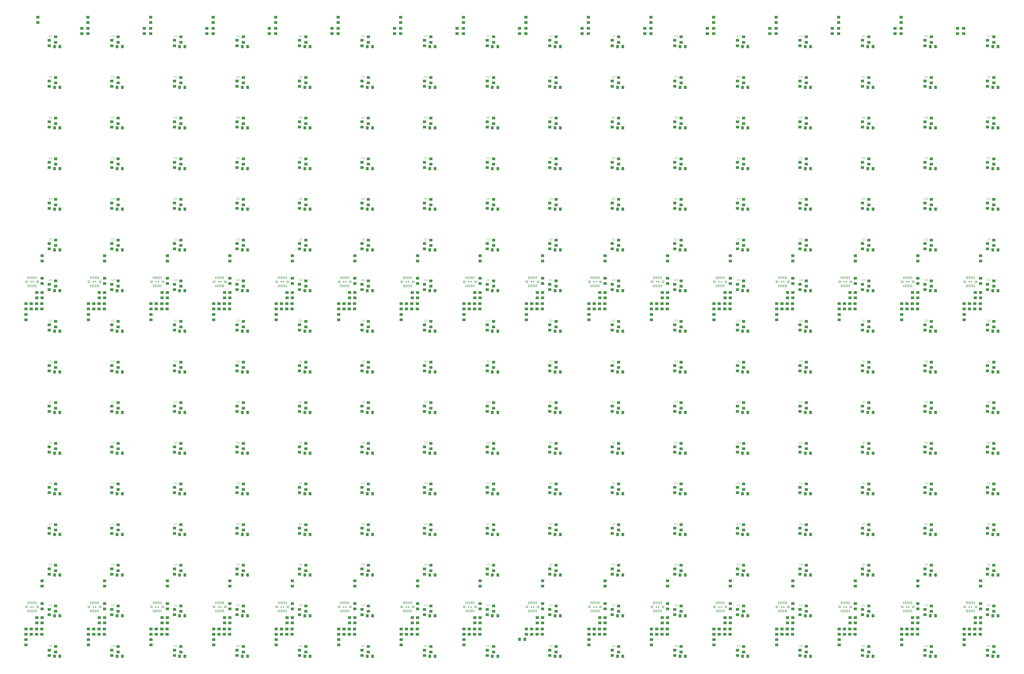
<source format=gtp>
G04 ===== Begin FILE IDENTIFICATION =====*
G04 File Format:  Gerber RS274X*
G04 ===== End FILE IDENTIFICATION =====*
%FSLAX66Y66*%
%MOIN*%
%SFA1.0000B1.0000*%
%OFA0.0B0.0*%
%ADD14R,0.039370X0.035433*%
%ADD15R,0.007874X0.033858*%
%ADD16R,0.033858X0.007874*%
%ADD17R,0.015748X0.015748*%
%ADD18R,0.035433X0.039370*%
%ADD19R,0.039370X0.038189*%
%ADD20R,0.039764X0.035433*%
%ADD21C,0.009843*%
%LNsilk_screen*%
%IPPOS*%
%LPD*%
G75*
D14*
X9277559Y369291D03*
D15*
X9246457Y452756D03*
X9187402D03*
D16*
X9146063Y511811D03*
D14*
X9344488Y548031D03*
D15*
X9167717Y555118D03*
D14*
X5407480Y369291D03*
D15*
X5309449Y452756D03*
X5329134D03*
X5250394D03*
D16*
X5350787Y511811D03*
D14*
X10131890Y369291D03*
X9927559Y227559D03*
X9994488D03*
X10061417D03*
D15*
X5289764Y555118D03*
D14*
X7699213Y4322047D03*
D16*
X5209055Y511811D03*
D14*
X10061417Y160630D03*
D17*
X10018110Y503937D03*
D15*
X5230709Y555118D03*
X10053543Y452756D03*
X10033858D03*
X10053543Y555118D03*
D16*
X9933465Y511811D03*
X10075197D03*
D15*
X10033858Y555118D03*
D14*
X5407480Y302362D03*
D18*
X5970472Y95669D03*
D14*
X6191339Y160630D03*
X6124409D03*
D16*
X9933465Y496063D03*
D14*
X10131890Y481102D03*
Y302362D03*
X10064961D03*
X1968504Y7724409D03*
D17*
X6081102Y503937D03*
D14*
X6191339Y227559D03*
X6124409D03*
D16*
X10075197Y496063D03*
D15*
X9955118Y555118D03*
D14*
X10131890Y548031D03*
X5990551Y227559D03*
D15*
X6116535Y452756D03*
D14*
X3622047Y7791339D03*
D15*
X6037795Y452756D03*
D14*
X10714961Y160630D03*
X10781890Y227559D03*
D16*
X6138189Y511811D03*
D15*
X6057480Y452756D03*
X6018110D03*
D14*
X10714961Y227559D03*
X10848819Y160630D03*
D15*
X10801575Y452756D03*
D14*
X10919291Y369291D03*
D16*
X5996457Y511811D03*
D15*
X6116535Y555118D03*
X6096850D03*
X6057480D03*
D14*
X10852362Y369291D03*
D15*
X10742520Y452756D03*
X10781890D03*
X10762205D03*
D14*
X6194882Y548031D03*
D16*
X6138189Y496063D03*
X5996457D03*
X10720866Y511811D03*
X10862598D03*
D15*
X10821260Y555118D03*
D14*
X10714961Y26772D03*
X6127953Y302362D03*
X6911811Y227559D03*
X6978740D03*
D15*
X10801575Y555118D03*
D16*
X10862598Y496063D03*
D17*
X10777953Y503937D03*
X5266142D03*
D14*
X10919291Y548031D03*
D15*
X10742520Y555118D03*
X10762205D03*
D14*
X6777953Y93701D03*
D17*
X6868504Y503937D03*
D14*
X10919291Y302362D03*
X10852362D03*
X10919291Y481102D03*
D16*
X10720866Y496063D03*
D14*
X11703150Y227559D03*
X6844882D03*
D15*
X6903937Y452756D03*
X6825197D03*
X6844882D03*
D14*
X11569291Y160630D03*
X11703150D03*
D17*
X11592913Y503937D03*
D14*
X11502362Y160630D03*
X11569291Y227559D03*
X6982283Y548031D03*
X11706693Y369291D03*
X11639764D03*
D15*
X4443307Y4649606D03*
X6903937Y555118D03*
D14*
X9274016Y227559D03*
D17*
X6840945Y503937D03*
D16*
X6925591Y496063D03*
D14*
X5337008Y4322047D03*
X8557087Y765748D03*
D15*
X11608661Y555118D03*
D14*
X616142Y4463780D03*
D15*
X11588976Y555118D03*
X11569291D03*
D14*
X9340945Y227559D03*
D16*
X11508268Y511811D03*
D15*
X11549606Y555118D03*
X11529921D03*
D14*
X11706693Y548031D03*
X7769685Y832677D03*
X11706693Y302362D03*
X6194882Y832677D03*
X5407480Y765748D03*
X6982283D03*
X6194882D03*
X9344488Y832677D03*
X8557087D03*
X9344488Y765748D03*
X5407480Y832677D03*
X-104331Y4463780D03*
X-308661Y4322047D03*
Y4188189D03*
Y4255118D03*
X-107874Y4322047D03*
X-174803D03*
X-241732D03*
X-107874Y4255118D03*
D15*
X-281102Y4547244D03*
D16*
X-161024Y4606299D03*
D17*
X11565354Y503937D03*
D14*
X-104331Y4927165D03*
X-171260Y4463780D03*
X3832677Y4396850D03*
D15*
X-281102Y4649606D03*
X-182677D03*
X-202362D03*
X-241732D03*
D14*
X9344488Y302362D03*
D17*
X-245669Y4598425D03*
D16*
X-161024Y4590551D03*
D14*
X-104331Y4575591D03*
Y4396850D03*
X-171260D03*
D17*
X9990551Y503937D03*
D14*
X-308661Y4121260D03*
X5337008Y4255118D03*
X3832677Y4860236D03*
D16*
X3775984Y4606299D03*
D14*
X3628346Y4255118D03*
X3695276D03*
D15*
X1313386Y4649606D03*
D14*
X1266142Y4188189D03*
D15*
X9207087Y452756D03*
D14*
X478740Y4255118D03*
X545669D03*
X478740Y4121260D03*
X1470472Y4927165D03*
Y4575591D03*
D15*
X9994488Y452756D03*
D14*
X612598Y4322047D03*
X1466929D03*
X1470472Y4396850D03*
D15*
X1372441Y4547244D03*
X1333071D03*
X1313386D03*
D16*
X1272047Y4606299D03*
D14*
X1466929Y4255118D03*
X1400000D03*
D16*
X2846850Y4606299D03*
D15*
X3714961Y4649606D03*
X1333071D03*
X1293701D03*
D16*
X3634252Y4590551D03*
D14*
X3765748Y4463780D03*
D16*
X3775984Y4590551D03*
D14*
X3832677Y4927165D03*
D15*
X2966929Y4649606D03*
D14*
X1266142Y4255118D03*
D15*
X2868504Y4547244D03*
D14*
X5407480Y548031D03*
D15*
X2140157Y4649606D03*
X6077165Y452756D03*
D14*
X478740Y4322047D03*
D16*
X-302756Y4590551D03*
X2059449D03*
D15*
X6825197Y555118D03*
D16*
X2201181Y4590551D03*
D15*
X585039Y4547244D03*
D14*
X2257874Y4927165D03*
X2053543Y4121260D03*
D15*
X506299Y4547244D03*
X525984D03*
D14*
X2120472Y4255118D03*
X2053543D03*
X2254331D03*
D15*
X2159843Y4547244D03*
D14*
X3628346Y4121260D03*
D15*
X9266142Y452756D03*
D14*
X4415748Y4121260D03*
X3628346Y4322047D03*
X3762205D03*
X10915748Y160630D03*
D15*
X3714961Y4547244D03*
X-241732D03*
X3754331D03*
X2907874D03*
D17*
X3691339Y4598425D03*
D15*
X3675591Y4649606D03*
X-261417D03*
D17*
X2903937Y4598425D03*
D14*
X8346457Y7724409D03*
X2190945Y4396850D03*
D15*
X506299Y4649606D03*
D16*
X2059449Y4606299D03*
D15*
X6096850Y452756D03*
D14*
X9921260Y7862205D03*
D15*
X2179528Y4547244D03*
X2140157D03*
X2100787Y4649606D03*
X2120472D03*
D16*
X4563386Y4606299D03*
D14*
X11496063Y7724409D03*
D16*
X4421654Y4590551D03*
X4563386D03*
D14*
X4620079Y4575591D03*
Y4642520D03*
X11706693Y832677D03*
D15*
X585039Y4649606D03*
X604724D03*
X525984D03*
X545669D03*
X2159843D03*
D14*
X3045276Y4642520D03*
X10919291Y765748D03*
D17*
X2931496Y4598425D03*
D14*
X3045276Y4575591D03*
X4616535Y4255118D03*
D15*
X4502362Y4547244D03*
D14*
X4616535Y4322047D03*
D15*
X-222047Y4649606D03*
D14*
X9994488Y160630D03*
X3045276Y4927165D03*
X11502362Y26772D03*
X2978346Y4463780D03*
D15*
X9187402Y555118D03*
D16*
X484646Y4590551D03*
D14*
X2840945Y4188189D03*
X2974803Y4322047D03*
Y4255118D03*
X2840945Y4322047D03*
Y4255118D03*
D15*
X11529921Y452756D03*
D14*
X2907874Y4255118D03*
X683071Y4927165D03*
X9140157Y160630D03*
X10064961Y369291D03*
X1333071Y4255118D03*
D15*
X1352756Y4649606D03*
D14*
X1266142Y4121260D03*
X3041732Y4322047D03*
D15*
X9167717Y452756D03*
X6037795Y4547244D03*
X9207087D03*
X1392126D03*
X4522047D03*
X4541732D03*
D14*
X4620079Y4396850D03*
Y4927165D03*
X8486614Y160630D03*
X9207087D03*
D18*
X5903543Y95669D03*
D15*
X4541732Y4649606D03*
X11628346Y4547244D03*
X5289764Y4649606D03*
X4522047D03*
D17*
X5293701Y4598425D03*
D14*
X5407480Y4642520D03*
X10131890Y4860236D03*
D16*
X626378Y4590551D03*
D14*
X6982283Y4642520D03*
D15*
X6037795Y4649606D03*
D14*
X5203150Y4322047D03*
D16*
X5996457Y4606299D03*
D14*
X6777953Y26772D03*
D15*
X5329134Y4547244D03*
X5309449D03*
X9246457D03*
D14*
X9340945Y4255118D03*
X9344488Y4396850D03*
D16*
X6783858Y4590551D03*
D14*
X5203150Y4255118D03*
X7565354Y93701D03*
X6982283Y481102D03*
D15*
X1352756Y4547244D03*
D14*
X5407480Y4396850D03*
X5270079Y4322047D03*
D17*
X7655906Y503937D03*
D15*
X5250394Y4547244D03*
D14*
X5407480Y481102D03*
D15*
X6057480Y4547244D03*
D14*
X6982283Y4860236D03*
D15*
X6864567Y4649606D03*
D17*
X6868504Y4598425D03*
D14*
X9207087Y4322047D03*
X9277559Y4396850D03*
X5203150Y4121260D03*
X7766142Y160630D03*
X7565354Y227559D03*
X7766142D03*
X7632283D03*
X7565354Y160630D03*
D16*
X5209055Y4606299D03*
D15*
X5250394Y4649606D03*
D14*
X7769685Y369291D03*
D15*
X6077165Y4649606D03*
D17*
X6081102Y4598425D03*
D15*
X5309449Y4649606D03*
X6116535Y4547244D03*
D17*
X10805512Y503937D03*
D14*
X6982283Y4463780D03*
X6777953Y4188189D03*
D16*
X11650000Y496063D03*
D14*
X6915354Y4463780D03*
X6844882Y4255118D03*
X6777953Y4121260D03*
D15*
X6096850Y4547244D03*
D14*
X9927559Y4255118D03*
X10061417D03*
X5203150Y4188189D03*
D15*
X6844882Y4649606D03*
D16*
X6138189Y4606299D03*
D15*
X7612598Y555118D03*
X7671654Y452756D03*
X7651969Y555118D03*
X7671654D03*
X7691339D03*
D16*
X7571260Y511811D03*
D15*
X7651969Y452756D03*
D14*
X5990551Y4188189D03*
D16*
X484646Y4606299D03*
D14*
X6127953Y4463780D03*
X6194882Y4642520D03*
D15*
X6884252Y555118D03*
D14*
X5340551Y369291D03*
X6194882Y4463780D03*
D15*
X7691339Y452756D03*
X7632283Y555118D03*
D14*
X6057480Y4255118D03*
D15*
X5329134Y4649606D03*
D14*
X7702756Y302362D03*
X8352756Y93701D03*
X6911811Y160630D03*
X7769685Y548031D03*
D17*
X7628346Y503937D03*
D16*
X7712992Y496063D03*
X7571260D03*
D14*
X6124409Y4322047D03*
X5990551D03*
D15*
X2947244Y4649606D03*
D17*
X8443307Y503937D03*
D14*
X5340551Y4463780D03*
X6194882Y4927165D03*
D15*
X6805512Y4649606D03*
D14*
X5407480Y4463780D03*
X6978740Y4322047D03*
X6777953D03*
X6844882D03*
X6978740Y4255118D03*
D15*
X6903937Y4547244D03*
X9226772Y555118D03*
D14*
X10781890Y4322047D03*
X10714961D03*
X10848819D03*
Y4255118D03*
X10781890D03*
D15*
X2100787Y4547244D03*
X6903937Y4649606D03*
X10742520D03*
X10781890D03*
D16*
X9146063Y496063D03*
D15*
X6825197Y4649606D03*
D17*
X6840945Y4598425D03*
D14*
X11706693Y481102D03*
D15*
X10762205Y4649606D03*
D14*
X5407480Y4575591D03*
X11706693Y4860236D03*
X9274016Y160630D03*
X7769685Y4642520D03*
D16*
X7712992Y4606299D03*
D14*
X8490157Y369291D03*
X8419685Y160630D03*
X8352756D03*
X8486614Y227559D03*
X5403937Y4255118D03*
X7769685Y4927165D03*
X7565354Y4121260D03*
X7632283Y4255118D03*
X7565354D03*
X7699213D03*
X7565354Y4322047D03*
D15*
X8380315Y452756D03*
X8419685D03*
D14*
X8557087Y369291D03*
X7769685Y4396850D03*
X7565354Y4188189D03*
X7766142Y4255118D03*
X8352756Y4121260D03*
X8419685Y4255118D03*
X8486614D03*
X8557087Y4927165D03*
X8486614Y4322047D03*
X1181102Y7791339D03*
X1259843D03*
X1181102Y7724409D03*
X2047244Y7929134D03*
X9344488Y4860236D03*
D15*
X8459055Y4649606D03*
D14*
X2047244Y7791339D03*
X2257874Y4860236D03*
X8419685Y4322047D03*
D15*
X7671654Y4547244D03*
X9187402D03*
X8439370Y452756D03*
D14*
X8553543Y4322047D03*
D16*
X8500394Y511811D03*
D15*
X7592913Y555118D03*
X8459055Y452756D03*
D16*
X8358661Y511811D03*
D14*
X11639764Y302362D03*
D15*
X8478740Y555118D03*
D17*
X7628346Y4598425D03*
D15*
X7632283Y4547244D03*
D16*
X5350787Y4590551D03*
D15*
X7651969Y4547244D03*
X7592913D03*
D16*
X7571260Y4590551D03*
D14*
X8557087Y4396850D03*
X8490157D03*
X2834646Y7791339D03*
D16*
X9287795Y4606299D03*
D14*
X2755906Y7791339D03*
X2834646Y7862205D03*
X5196850Y7791339D03*
X2834646Y7929134D03*
D15*
X8419685Y555118D03*
X10840945Y452756D03*
D14*
X5196850Y7724409D03*
D15*
X6018110Y555118D03*
X7691339Y4649606D03*
X7671654D03*
X7592913D03*
D14*
X3829134Y4255118D03*
D15*
X8478740Y4547244D03*
D14*
X9344488Y4642520D03*
D16*
X11650000Y511811D03*
D17*
X9230709Y4598425D03*
D15*
X6864567Y4547244D03*
D14*
X8557087Y4463780D03*
X8490157D03*
D17*
X9230709Y503937D03*
D15*
X8400000Y4649606D03*
D14*
X9344488Y4575591D03*
X6692913Y7791339D03*
D15*
X8439370Y4547244D03*
X8400000Y555118D03*
D14*
X8557087Y548031D03*
X8490157Y302362D03*
X8557087D03*
D17*
X8443307Y4598425D03*
D15*
X545669Y4547244D03*
X8419685Y4649606D03*
D14*
X8557087Y4642520D03*
Y481102D03*
X6124409Y4255118D03*
D16*
X7571260Y4606299D03*
D15*
X8380315Y4649606D03*
X8400000Y4547244D03*
D17*
X8415748Y4598425D03*
D14*
X6771654Y7862205D03*
X8557087Y4860236D03*
X11639764Y4463780D03*
X9140157Y4188189D03*
D15*
X9187402Y4649606D03*
X6096850D03*
X9167717Y4547244D03*
D16*
X10075197Y4606299D03*
D15*
X9246457Y4649606D03*
D14*
X9207087Y4255118D03*
X9277559Y4463780D03*
X9927559Y4188189D03*
D15*
X9207087Y555118D03*
D14*
X6982283Y4927165D03*
X9927559Y4121260D03*
X6911811Y4322047D03*
X10131890Y4396850D03*
D15*
X9994488Y4649606D03*
X9955118D03*
D14*
X10919291Y4642520D03*
D17*
X10805512Y4598425D03*
D15*
X8439370Y4649606D03*
X10801575D03*
D16*
X10862598Y4590551D03*
D15*
X9266142Y4547244D03*
X10781890D03*
D14*
X11502362Y4322047D03*
X11636220D03*
D15*
X10840945Y4547244D03*
D14*
X11636220Y160630D03*
X11706693Y4927165D03*
X10714961Y4121260D03*
D15*
X10742520Y4547244D03*
D14*
X683071Y4575591D03*
X7559055Y7724409D03*
D17*
X5266142Y4598425D03*
D14*
X-174803Y4255118D03*
X6777953Y160630D03*
D15*
X11588976Y4649606D03*
D14*
X10128346Y4255118D03*
X10714961Y4188189D03*
D15*
X11628346Y4649606D03*
X11549606Y4547244D03*
X6864567Y555118D03*
X11529921Y4649606D03*
X11569291Y4547244D03*
D17*
X11565354Y4598425D03*
D16*
X11508268Y4606299D03*
D15*
X9226772Y4547244D03*
D14*
X3622047Y7724409D03*
X10919291Y4575591D03*
X2907874Y4322047D03*
X393701Y7791339D03*
X6844882Y160630D03*
X6057480Y4322047D03*
X-157480Y7862205D03*
X4330709Y7724409D03*
X4409449D03*
Y7791339D03*
X7559055Y7929134D03*
X6692913Y7724409D03*
X1259843Y7929134D03*
X10708661D03*
X7480315Y7791339D03*
X8346457Y7929134D03*
D15*
X10033858Y4547244D03*
D14*
X8267717Y7724409D03*
X8346457Y7791339D03*
X9133858Y7929134D03*
Y7791339D03*
D15*
X5270079Y4649606D03*
D14*
X9140157Y4322047D03*
X9133858Y7724409D03*
X9842520Y7791339D03*
X9055118Y7724409D03*
X9921260Y7929134D03*
Y7791339D03*
D16*
X9933465Y4590551D03*
D14*
X10708661Y7862205D03*
X11496063Y7791339D03*
X11417323D03*
X10708661Y7724409D03*
D15*
X10821260Y452756D03*
D16*
X9287795Y4590551D03*
D14*
X7480315Y7724409D03*
X9133858Y7862205D03*
X7632283Y160630D03*
X9927559D03*
D17*
X2116535Y4598425D03*
D14*
X11502362Y4255118D03*
D16*
X7712992Y511811D03*
D15*
X5270079Y555118D03*
X6077165D03*
D14*
X545669Y4322047D03*
D16*
X8358661Y496063D03*
D14*
X4415748Y4188189D03*
D15*
X5289764Y452756D03*
X6884252Y4547244D03*
D14*
X10061417Y4322047D03*
X6194882Y4396850D03*
X2978346D03*
D16*
X9146063Y4590551D03*
D14*
X6915354Y369291D03*
X2053543Y4188189D03*
D16*
X6783858Y511811D03*
D14*
X7702756Y4463780D03*
X683071D03*
X10131890Y832677D03*
X5118110Y7791339D03*
D15*
X2081102Y4547244D03*
D14*
X2254331Y4322047D03*
D15*
X11608661Y452756D03*
X11569291Y4649606D03*
D17*
X541732Y4598425D03*
D14*
X5407480Y4860236D03*
X2120472Y4322047D03*
D15*
X7612598Y4649606D03*
X5289764Y4547244D03*
D14*
X11636220Y227559D03*
X2190945Y4463780D03*
D15*
X3675591Y4547244D03*
D14*
X1403543Y4396850D03*
D16*
X11508268Y4590551D03*
D15*
X10053543Y4547244D03*
D14*
X11703150Y4255118D03*
X7769685Y4575591D03*
X683071Y4642520D03*
X5118110Y7724409D03*
X10714961Y93701D03*
X5990551Y4255118D03*
X9140157Y4121260D03*
X472441Y7724409D03*
D15*
X604724Y4547244D03*
D17*
X11592913Y4598425D03*
D14*
X6982283Y4396850D03*
X5990551Y4121260D03*
X-157480Y7929134D03*
X3762205Y4255118D03*
X4549606Y4322047D03*
D15*
X565354Y4547244D03*
D14*
X1470472Y4860236D03*
D15*
X9994488Y555118D03*
X5230709Y4547244D03*
D14*
X-104331Y4860236D03*
X8352756Y26772D03*
D16*
X8358661Y4590551D03*
D15*
X3655906Y4547244D03*
X2927559D03*
X1372441Y4649606D03*
D14*
X3832677Y4463780D03*
X9277559Y302362D03*
X2257874Y4575591D03*
X11706693D03*
X7769685Y302362D03*
X6057480Y160630D03*
D16*
X1413780Y4590551D03*
X7712992D03*
D14*
X9344488Y4927165D03*
X8419685Y227559D03*
D16*
X3634252Y4606299D03*
D14*
X9140157Y26772D03*
D15*
X6805512Y555118D03*
D14*
X6057480Y227559D03*
X6771654Y7929134D03*
X11703150Y4322047D03*
X9340945Y160630D03*
X6982283Y832677D03*
D15*
X3734646Y4649606D03*
D14*
X4415748Y4322047D03*
D15*
X10014173Y4649606D03*
D14*
X10708661Y7791339D03*
D15*
X6825197Y4547244D03*
D16*
X10720866Y4590551D03*
D14*
X10128346Y4322047D03*
X616142Y4396850D03*
X-104331Y4642520D03*
X6982283Y369291D03*
X7559055Y7791339D03*
X6194882Y4575591D03*
X6191339Y4255118D03*
D15*
X11608661Y4547244D03*
D14*
X10915748Y4255118D03*
X6915354Y302362D03*
X3045276Y4463780D03*
D16*
X6925591Y511811D03*
D15*
X6116535Y4649606D03*
D14*
X10131890Y765748D03*
D15*
X9226772Y4649606D03*
D16*
X8500394Y4606299D03*
D14*
X5196850Y7929134D03*
D15*
X6844882Y555118D03*
D14*
X1259843Y7724409D03*
D15*
X10821260Y4649606D03*
D14*
X9994488Y4255118D03*
D15*
X6077165Y4547244D03*
D14*
X4620079Y4463780D03*
D16*
X9933465Y4606299D03*
D14*
X1333071Y4322047D03*
X7699213Y160630D03*
X10919291Y4396850D03*
D15*
X3695276Y4547244D03*
D14*
X9927559Y26772D03*
X5905512Y7724409D03*
D15*
X11549606Y4649606D03*
D14*
X11502362Y93701D03*
X7559055Y7862205D03*
X7565354Y26772D03*
D15*
X2966929Y4547244D03*
D14*
X9140157Y4255118D03*
D17*
X7655906Y4598425D03*
D14*
X6915354Y4396850D03*
D15*
X5329134Y555118D03*
X11569291Y452756D03*
X7612598D03*
D14*
X9921260Y7724409D03*
D17*
X3718898Y4598425D03*
D14*
X7769685Y765748D03*
X3622047Y7929134D03*
X6771654Y7791339D03*
X683071Y4396850D03*
X4549606Y4255118D03*
D15*
X2888189Y4649606D03*
D14*
X3045276Y4860236D03*
D15*
X8478740Y452756D03*
D14*
X6191339Y4322047D03*
X9140157Y93701D03*
X8352756Y227559D03*
X2187402Y4255118D03*
D15*
X9207087Y4649606D03*
D17*
X8415748Y503937D03*
D16*
X-302756Y4606299D03*
D14*
X4620079Y4860236D03*
X6777953Y4255118D03*
X5984252Y7724409D03*
X4415748Y4255118D03*
X3695276Y4322047D03*
X2840945Y4121260D03*
X3628346Y4188189D03*
D15*
X1293701Y4547244D03*
D14*
X1968504Y7791339D03*
X3832677Y4575591D03*
D15*
X2081102Y4649606D03*
D14*
X3622047Y7862205D03*
D15*
X11588976Y4547244D03*
X10053543Y4649606D03*
D16*
X2988583Y4606299D03*
D17*
X1329134Y4598425D03*
D15*
X9246457Y555118D03*
D14*
X4482677Y4322047D03*
D17*
X6053543Y4598425D03*
D15*
X7651969Y4649606D03*
X8380315Y4547244D03*
D16*
X11650000Y4590551D03*
D15*
X9974803Y4649606D03*
X5309449Y555118D03*
X9266142D03*
X11608661Y4649606D03*
X9994488Y4547244D03*
X4502362Y4649606D03*
D14*
X10852362Y4463780D03*
X11639764Y4396850D03*
X7769685Y481102D03*
D15*
X-261417Y4547244D03*
X10840945Y4649606D03*
D14*
X2257874Y4396850D03*
X11569291Y4255118D03*
D15*
X11549606Y452756D03*
D16*
X8500394Y496063D03*
D14*
X9927559Y93701D03*
X2257874Y4463780D03*
D15*
X9955118Y4547244D03*
D16*
X8500394Y4590551D03*
D14*
X10629921Y7791339D03*
D15*
X2907874Y4649606D03*
D14*
X10131890Y4463780D03*
D15*
X9226772Y452756D03*
D14*
X10919291Y4927165D03*
D17*
X10777953Y4598425D03*
D15*
X-182677Y4547244D03*
D14*
X3041732Y4255118D03*
D15*
X6057480Y4649606D03*
D14*
X6771654Y7724409D03*
X2257874Y4642520D03*
X8553543Y227559D03*
X3543307Y7724409D03*
D15*
X10762205Y4547244D03*
X7592913Y452756D03*
D14*
X1400000Y4322047D03*
X10131890Y4642520D03*
D16*
X1272047Y4590551D03*
D15*
X10014173Y555118D03*
Y452756D03*
D16*
X4421654Y4606299D03*
D14*
X612598Y4255118D03*
X6978740Y160630D03*
X6194882Y481102D03*
X5203150Y26772D03*
D16*
X10720866Y4606299D03*
D14*
X10781890Y160630D03*
D17*
X10018110Y4598425D03*
D15*
X2888189Y4547244D03*
D14*
X2047244Y7724409D03*
D15*
X3695276Y4649606D03*
D14*
X11569291Y4322047D03*
D15*
X6037795Y555118D03*
D16*
X5209055Y4590551D03*
D14*
X7699213Y227559D03*
D15*
X4443307Y4547244D03*
D14*
X10714961Y4255118D03*
X10919291Y4860236D03*
D15*
X7691339Y4547244D03*
X11628346Y452756D03*
D14*
X6194882Y4860236D03*
X10064961Y4396850D03*
X5984252Y7929134D03*
X10848819Y227559D03*
X5403937Y4322047D03*
D17*
X569291Y4598425D03*
D14*
X3045276Y4396850D03*
X9994488Y4322047D03*
D16*
X8358661Y4606299D03*
D14*
X3041732Y227559D03*
X2907874D03*
X7769685Y4860236D03*
X2840945Y93701D03*
X9140157Y227559D03*
D15*
X1333071Y452756D03*
D14*
X1466929Y227559D03*
D15*
X-222047Y4547244D03*
D14*
X4482677Y4255118D03*
X2053543Y4322047D03*
D15*
X-202362Y4547244D03*
X6844882D03*
D16*
X5209055Y496063D03*
D14*
X3829134Y4322047D03*
D15*
X10821260Y4547244D03*
D16*
X11650000Y4606299D03*
D17*
X9203150Y503937D03*
D14*
X11417323Y7724409D03*
D16*
X6925591Y4590551D03*
D15*
X11628346Y555118D03*
D17*
X6053543Y503937D03*
D14*
X1266142Y4322047D03*
X10128346Y160630D03*
D15*
X11588976Y452756D03*
D14*
X10128346Y227559D03*
X478740Y4188189D03*
X11706693Y4463780D03*
X9842520Y7724409D03*
X7702756Y4396850D03*
X5984252Y7862205D03*
X9344488Y4463780D03*
X2834646Y7724409D03*
D15*
X6805512Y4547244D03*
D14*
X6194882Y302362D03*
D17*
X1356693Y4598425D03*
D15*
X10840945Y555118D03*
D14*
X472441Y7929134D03*
Y7862205D03*
X9274016Y4322047D03*
X10629921Y7724409D03*
D15*
X8478740Y4649606D03*
D14*
X1403543Y4463780D03*
D19*
X11875984Y3587992D03*
D20*
X11796260Y7126772D03*
D18*
X11862205Y6535433D03*
D14*
X-308661Y26772D03*
D21*
X787402Y5139567D03*
D14*
X11875984Y6590551D03*
D21*
X0Y4100197D03*
D14*
X1639764Y5566929D03*
D18*
X1692913Y5511811D03*
D21*
X10236220Y533268D03*
D20*
X772638Y7638583D03*
D21*
X15748Y7698622D03*
X0D03*
D14*
X6364173Y6078740D03*
D21*
X6299213Y5651378D03*
D18*
X2413386Y-118110D03*
D19*
X1639764Y517126D03*
D18*
X6417323Y1417323D03*
D21*
X7070866Y3076575D03*
Y7186811D03*
D18*
X6350394Y6535433D03*
X11929134Y4488189D03*
D21*
X6314961Y5635630D03*
D18*
X11862205Y5000000D03*
Y6023622D03*
D21*
X11795276Y5651378D03*
X15748Y4627756D03*
D18*
X838583Y1417323D03*
D21*
X-15748Y4115945D03*
X0Y4627756D03*
X1559055Y517520D03*
D18*
X1625984Y-118110D03*
D21*
X3165354Y7698622D03*
D18*
X5562992Y6023622D03*
D21*
X7086614Y6675000D03*
X5511811Y6147441D03*
X5527559Y7186811D03*
X787402Y3588386D03*
D14*
X1639764Y1472441D03*
D19*
X5576772Y4611614D03*
D18*
X3267717Y7047244D03*
X1692913Y2440945D03*
X1625984D03*
D19*
X5576772Y6147047D03*
D21*
X5496063Y6163189D03*
X6299213Y517520D03*
X6314961D03*
D18*
X5629921Y6023622D03*
D20*
X5497047Y6103150D03*
D21*
X7102362Y7698622D03*
D18*
X1692913Y393701D03*
D21*
X5496063Y6675000D03*
D20*
X5497047Y7126772D03*
D18*
X5562992Y7047244D03*
X7137795Y-118110D03*
X838583Y2440945D03*
D21*
X0Y5139567D03*
X771654Y3604134D03*
D14*
X1639764Y7614173D03*
D20*
X1560039Y473228D03*
X3134843D03*
D21*
X2362205Y3604134D03*
X1559055Y533268D03*
X787402Y3604134D03*
D18*
X118110Y5000000D03*
D21*
X5496063Y2564764D03*
X-15748Y5139567D03*
D18*
X905512Y3976378D03*
D21*
X-15748Y4612008D03*
D20*
X-14764Y5079528D03*
D14*
X64961Y5055118D03*
D20*
X1560039Y7638583D03*
D18*
X838583Y905512D03*
Y3976378D03*
D21*
X3165354Y2580512D03*
D14*
X1639764Y448819D03*
D21*
X1574803Y533268D03*
X1559055Y1556890D03*
D18*
X1625984Y1929134D03*
D21*
X1590551Y3076575D03*
Y3092323D03*
X1574803D03*
D14*
X5576772Y6590551D03*
D21*
X5511811Y6659252D03*
X6299213Y1029331D03*
D18*
X5562992Y905512D03*
X6350394Y7559055D03*
D14*
X6364173Y7614173D03*
D18*
X5629921Y905512D03*
D21*
X7070866Y5139567D03*
D14*
X6284252Y918110D03*
D21*
X6299213Y2052953D03*
D19*
X6364173Y2052559D03*
D21*
X6283465Y2068701D03*
X6299213D03*
X7086614Y4627756D03*
X7102362Y7682874D03*
D18*
X6350394Y905512D03*
D20*
X7071850Y1496850D03*
D21*
X7070866Y1541142D03*
X7102362D03*
D18*
X7137795Y7559055D03*
D20*
X7071850Y7638583D03*
D21*
X7102362Y1045079D03*
X7086614D03*
X7070866D03*
D18*
X11862205Y7047244D03*
D20*
X7071850Y-38583D03*
D21*
X6299213Y6163189D03*
D19*
X852362Y7170669D03*
Y1540748D03*
D14*
X772441Y3988976D03*
D20*
X-14764Y5591339D03*
D21*
X2346457Y7698622D03*
X7874016Y2564764D03*
X11023622Y5123819D03*
X11007874Y7171063D03*
D18*
X1625984Y7559055D03*
D20*
X3134843Y985039D03*
D14*
X852362Y7102362D03*
D21*
X5496063Y6147441D03*
D19*
X5576772Y7170669D03*
D21*
X2362205Y2580512D03*
X1590551Y1556890D03*
D14*
X5576772Y6078740D03*
X7071654Y7571654D03*
Y1429921D03*
D21*
X6299213Y1556890D03*
X7102362D03*
D19*
X5576772Y517126D03*
D21*
X-15748Y5123819D03*
D18*
X51181Y5511811D03*
D14*
X64961Y5566929D03*
D18*
X4055118Y-118110D03*
D21*
X787402Y4100197D03*
X0Y5123819D03*
X1574803Y5709D03*
D20*
X1560039Y985039D03*
Y3544094D03*
D19*
X5576772Y6658858D03*
D21*
X6283465Y1556890D03*
D19*
X11088583Y517126D03*
D21*
X8645669Y4627756D03*
X5511811Y5651378D03*
X11811024Y5635630D03*
X7102362Y3092323D03*
X6314961Y7682874D03*
X-15748Y5651378D03*
D14*
X1639764Y960630D03*
D21*
X1559055Y21457D03*
X6314961Y5709D03*
D14*
X5576772Y7102362D03*
D18*
X6417323Y1929134D03*
X11929134Y5000000D03*
D21*
X0Y5651378D03*
X15748D03*
Y5635630D03*
D20*
X-14764Y6103150D03*
D21*
X-15748Y5635630D03*
D18*
X118110Y6023622D03*
D19*
X64961Y6147047D03*
D14*
X-14961Y6036220D03*
D19*
X11875984Y5123425D03*
D18*
X51181Y6023622D03*
D14*
X64961Y6078740D03*
D21*
X787402Y4612008D03*
D20*
X772638Y4567717D03*
D14*
X772441Y4500787D03*
D21*
X6314961Y5139567D03*
D20*
X772638Y4055906D03*
D21*
X1574803Y7682874D03*
X1590551D03*
X1574803Y7698622D03*
D19*
X1639764Y7682480D03*
D21*
X1590551Y7698622D03*
D18*
X905512Y1417323D03*
D21*
X1590551Y1029331D03*
D20*
X8646654Y5591339D03*
X1560039Y1496850D03*
D21*
X1590551Y1045079D03*
X1574803D03*
X1559055D03*
D14*
X1559843Y1429921D03*
X3134646Y7571654D03*
D21*
X1574803Y2564764D03*
D20*
X1560039Y2520472D03*
D21*
X6283465Y533268D03*
D19*
X1639764Y3076181D03*
X7151575Y7682480D03*
D18*
X1625984Y1417323D03*
D21*
X7070866Y7698622D03*
D20*
X6284449Y985039D03*
D21*
X1590551Y3588386D03*
X1574803D03*
X6299213Y5139567D03*
X1574803Y1556890D03*
X4724409Y2580512D03*
X6299213Y5709D03*
X6283465D03*
Y21457D03*
X11007874Y3604134D03*
X1574803Y2068701D03*
X1590551Y533268D03*
D14*
X-14961Y5012598D03*
D21*
X6299213Y2580512D03*
X6314961D03*
Y2564764D03*
X6283465D03*
X7070866Y5709D03*
X7086614D03*
Y5139567D03*
D14*
X7071654Y2965354D03*
D18*
X7204724Y2952756D03*
D14*
X1639764Y1984252D03*
D18*
X118110Y5511811D03*
D21*
X1559055Y2052953D03*
X787402Y4115945D03*
X6299213Y21457D03*
D18*
X7204724Y7559055D03*
D19*
X64961Y5635236D03*
D21*
X1559055Y1029331D03*
D15*
X3734646Y4547244D03*
D14*
X4620079Y832677D03*
X3832677Y4642520D03*
X5270079Y227559D03*
D21*
X1559055Y7698622D03*
D14*
X4549606Y227559D03*
D21*
X6299213Y7682874D03*
D18*
X10354331Y5511811D03*
D16*
X2846850Y4590551D03*
D14*
X2974803Y227559D03*
D18*
X1692913Y7559055D03*
D15*
X3655906Y555118D03*
X3754331Y452756D03*
X6884252Y4649606D03*
D14*
X2974803Y160630D03*
X6911811Y4255118D03*
X3832677Y548031D03*
D21*
X6283465Y7682874D03*
D19*
X852362Y1028937D03*
D20*
X6284449Y2520472D03*
D14*
X1559843Y-105512D03*
D21*
X787402Y4627756D03*
X1574803Y3076575D03*
X15748Y6147441D03*
X1559055Y1541142D03*
X1590551Y2580512D03*
X1559055Y3604134D03*
X7086614Y2052953D03*
D14*
X1639764Y4031496D03*
D20*
X6284449Y-38583D03*
D18*
X1692913Y-118110D03*
X6350394D03*
D19*
X2427165Y6147047D03*
D21*
X15748Y5123819D03*
D14*
X3832677Y765748D03*
D16*
X2988583Y4590551D03*
D21*
X6299213Y1541142D03*
D18*
X6350394Y393701D03*
D20*
X6284449Y2008661D03*
D18*
X7204724Y1929134D03*
D14*
X6284252Y6548031D03*
X10131890Y4575591D03*
X7151575Y-62992D03*
D21*
X5527559Y5651378D03*
D14*
X2187402Y4322047D03*
D21*
X7086614Y1029331D03*
D14*
X3628346Y93701D03*
D20*
X11796260Y5591339D03*
D14*
X11796063Y5524409D03*
D21*
X11007874Y7682874D03*
D14*
X8352756Y4322047D03*
D21*
X0Y6163189D03*
D14*
X1559843Y406299D03*
X10221260Y1941732D03*
D21*
X7102362Y2052953D03*
D18*
X5629921Y6535433D03*
D21*
X9448819Y3092323D03*
X1559055Y2580512D03*
D14*
X6364173Y960630D03*
X683071Y765748D03*
X1559843Y3477165D03*
X5905512Y7791339D03*
X5203150Y227559D03*
D18*
X1625984Y905512D03*
D14*
X5203150Y93701D03*
D21*
X1574803Y517520D03*
D14*
X6982283Y302362D03*
X4620079D03*
D21*
X6283465Y1541142D03*
D15*
X3754331Y4649606D03*
D14*
X-308661Y160630D03*
D15*
X4443307Y452756D03*
D14*
X6364173Y1984252D03*
D15*
X3675591Y555118D03*
X7632283Y452756D03*
X4502362Y555118D03*
D14*
X10915748Y227559D03*
D21*
X1574803Y7186811D03*
X6299213Y2564764D03*
X771654Y4612008D03*
X15748Y4115945D03*
D14*
X1559843Y3988976D03*
D21*
X1574803Y5635630D03*
X15748Y7186811D03*
D14*
X6364173Y1472441D03*
D21*
X0Y7186811D03*
D14*
X-14961Y7059843D03*
D18*
X6350394Y2952756D03*
D19*
X64961Y5123425D03*
D18*
X6417323Y3976378D03*
X6350394Y1929134D03*
X6417323Y4488189D03*
D19*
X7151575Y5315D03*
D18*
X7204724Y3464567D03*
D21*
X9448819Y4100197D03*
X10236220Y2580512D03*
X11826772Y5635630D03*
D18*
X8779528Y3464567D03*
D20*
X11796260Y5079528D03*
D21*
X1559055Y6659252D03*
D20*
X-14764Y6614961D03*
D21*
X771654Y4627756D03*
X6314961Y2068701D03*
X-15748Y6147441D03*
X1590551Y5635630D03*
D14*
X1559843Y2453543D03*
D20*
X1560039Y4055906D03*
D14*
X6364173Y2496063D03*
D21*
X11826772Y5123819D03*
D14*
X11875984Y6078740D03*
X1639764Y-62992D03*
D18*
X118110Y6535433D03*
D21*
X15748Y6659252D03*
X0D03*
D20*
X-14764Y7126772D03*
D18*
X905512Y4488189D03*
D21*
X1574803Y6147441D03*
D19*
X852362Y4611614D03*
D21*
X2346457Y5123819D03*
D14*
X2427165Y4543307D03*
D18*
X838583Y4488189D03*
D14*
X852362Y4543307D03*
X7859055Y5012598D03*
D21*
X1574803Y4115945D03*
X7102362Y21457D03*
X1590551Y4115945D03*
X8677165Y5651378D03*
X1559055Y2068701D03*
X6299213Y4627756D03*
X1574803Y4612008D03*
X1590551D03*
D14*
X1559843Y4500787D03*
D21*
X7086614Y21457D03*
D20*
X1560039Y4567717D03*
D14*
X1639764Y6078740D03*
D20*
X7071850Y3544094D03*
D14*
X-14961Y6548031D03*
D21*
X7874016Y6163189D03*
X1590551Y5651378D03*
X1559055D03*
X6299213Y5123819D03*
D20*
X6284449Y4567717D03*
D14*
X1559843Y6036220D03*
D18*
X6417323Y3464567D03*
D19*
X1639764Y6658858D03*
D21*
X1574803Y6659252D03*
X1590551D03*
D20*
X11008858Y6103150D03*
D14*
X6284252Y3477165D03*
D21*
X6299213Y3076575D03*
X6314961Y3092323D03*
D19*
X7151575Y4099803D03*
D18*
X6350394Y1417323D03*
D21*
X6283465Y3588386D03*
X6299213D03*
D14*
X8726378Y5055118D03*
X4409449Y7862205D03*
D21*
X6314961Y3588386D03*
X6283465Y4115945D03*
X7070866Y1029331D03*
X6299213Y4115945D03*
D18*
X5629921Y1417323D03*
D21*
X6314961Y4100197D03*
D18*
X6350394Y4488189D03*
D21*
X6283465Y4627756D03*
X6314961Y4612008D03*
D15*
X4462992Y452756D03*
D21*
X7086614Y3092323D03*
X6283465Y4612008D03*
Y5123819D03*
D18*
X7204724Y393701D03*
D21*
X1590551Y7171063D03*
X6314961Y4627756D03*
D14*
X7071654Y406299D03*
D21*
X7102362Y5651378D03*
D20*
X7071850Y473228D03*
D21*
X803150Y4100197D03*
D18*
X7137795Y393701D03*
D21*
X7102362Y7171063D03*
X7086614Y2564764D03*
D14*
X11875984Y5566929D03*
X6364173Y-62992D03*
D20*
X7071850Y2008661D03*
D21*
X7070866Y3588386D03*
X7102362Y5709D03*
X7086614Y3604134D03*
D14*
X64961Y7102362D03*
D19*
Y7170669D03*
D21*
X0Y7171063D03*
X15748D03*
X1590551Y6675000D03*
X-15748Y7186811D03*
X771654Y5139567D03*
X803150Y5123819D03*
Y5139567D03*
D18*
X1625984Y4488189D03*
D19*
X852362Y517126D03*
X1639764Y4611614D03*
D18*
X1692913Y2952756D03*
D21*
X1574803Y4100197D03*
D18*
X1692913Y4488189D03*
D21*
X1574803Y6163189D03*
D14*
X11796063Y918110D03*
X1639764Y7102362D03*
D21*
X9433071Y2052953D03*
X1559055Y3092323D03*
D19*
X1639764Y3587992D03*
Y7170669D03*
D18*
X6417323Y2952756D03*
D14*
X6284252Y3988976D03*
X7071654Y1941732D03*
D21*
X6299213Y3604134D03*
X6283465D03*
X11007874Y5139567D03*
D14*
X6284252Y4500787D03*
D21*
X1559055Y2564764D03*
X7070866Y2580512D03*
D20*
X6284449Y4055906D03*
D21*
X1559055Y4100197D03*
D18*
X9566929Y393701D03*
D15*
X8419685Y4547244D03*
D21*
X6299213Y4612008D03*
X7070866Y517520D03*
D14*
X5496850Y6036220D03*
D21*
X7102362Y2580512D03*
D14*
X6364173Y4543307D03*
D21*
X7070866Y2068701D03*
X11795276Y5139567D03*
X-15748Y6163189D03*
D18*
X11862205Y4488189D03*
D14*
X6284252Y5524409D03*
D21*
X1559055Y6147441D03*
D14*
X5496850Y6548031D03*
D20*
X772638Y5079528D03*
D14*
X6364173Y5055118D03*
X772441Y7571654D03*
D21*
X4708661Y4627756D03*
X-15748Y7682874D03*
Y7171063D03*
X1574803Y5651378D03*
X0Y7682874D03*
X771654Y3588386D03*
D18*
X1625984Y5000000D03*
D19*
X64961Y6658858D03*
D21*
X-15748Y4100197D03*
D19*
X4789370Y3076181D03*
D18*
X51181Y6535433D03*
X838583Y5511811D03*
D21*
X4740157Y1541142D03*
X1590551Y5139567D03*
D14*
X1639764Y4543307D03*
D21*
X7102362Y517520D03*
D14*
X7151575Y7614173D03*
D21*
X1559055Y7186811D03*
D18*
X11929134Y1417323D03*
D14*
X7151575Y3519685D03*
D20*
X2347441Y7638583D03*
D18*
X1625984Y3976378D03*
D20*
X1560039Y6103150D03*
D18*
X838583Y5000000D03*
D21*
X2346457Y7682874D03*
X6299213Y1045079D03*
D18*
X2480315Y-118110D03*
D21*
X6314961Y5123819D03*
X6283465Y6163189D03*
D20*
X6284449Y5591339D03*
D18*
X7992126Y3464567D03*
D14*
X2427165Y7614173D03*
X7071654Y918110D03*
D18*
X6350394Y3976378D03*
X6417323Y6023622D03*
D19*
X6364173Y3587992D03*
Y1540748D03*
D21*
X6314961Y6675000D03*
D18*
X7204724Y3976378D03*
X5562992Y6535433D03*
D21*
X10220472Y7698622D03*
D14*
X4620079Y765748D03*
D19*
X7151575Y2564370D03*
D20*
X-14764Y7638583D03*
D14*
X-14961Y7571654D03*
D18*
X118110Y7559055D03*
D21*
X7086614Y3588386D03*
D19*
X6364173Y4611614D03*
D14*
X772441Y5524409D03*
D21*
X1559055Y5139567D03*
X1590551Y5123819D03*
D14*
X-14961Y5524409D03*
X9513780Y6078740D03*
D21*
X7070866Y2052953D03*
D19*
X852362Y5635236D03*
D21*
X1574803Y5123819D03*
Y5139567D03*
D20*
X1560039Y5079528D03*
D18*
X1692913Y6023622D03*
D21*
X1559055Y6163189D03*
D18*
X1692913Y6535433D03*
D21*
X2362205Y7682874D03*
D14*
X1559843Y7571654D03*
D21*
X6314961Y4115945D03*
X2377953Y7682874D03*
X6283465Y4100197D03*
X2377953Y7698622D03*
D18*
X6350394Y5511811D03*
D19*
X6364173Y5123425D03*
D21*
X0Y4115945D03*
D14*
X1266142Y227559D03*
D21*
X11023622Y6675000D03*
X6283465Y7171063D03*
D20*
X7071850Y985039D03*
D18*
X6417323Y5511811D03*
D21*
X6283465Y6147441D03*
X1559055Y4612008D03*
D14*
X6284252Y7059843D03*
Y2453543D03*
D21*
X1590551Y2052953D03*
X6299213Y6147441D03*
X1559055Y4627756D03*
D18*
X1692913Y3464567D03*
D14*
X852362Y4031496D03*
D21*
X-15748Y6675000D03*
X6283465D03*
X6299213Y6659252D03*
D19*
X6364173Y5635236D03*
D21*
X6283465Y2580512D03*
X7102362Y533268D03*
X7086614D03*
D18*
X7137795Y2440945D03*
D14*
X3832677Y481102D03*
D19*
X7151575Y7170669D03*
D17*
X3718898Y503937D03*
D16*
X9146063Y4606299D03*
D21*
X7070866Y533268D03*
D19*
X11875984Y6147047D03*
D14*
X11796063Y7059843D03*
D21*
X11811024Y6147441D03*
D14*
X11796063Y6036220D03*
D21*
X6314961Y2052953D03*
D18*
X6350394Y7047244D03*
D21*
X7086614Y1556890D03*
D16*
X11508268Y496063D03*
D21*
X11826772Y6163189D03*
D14*
X6364173Y7102362D03*
D15*
X10781890Y555118D03*
D14*
X2347244Y7571654D03*
X852362Y3007874D03*
D21*
X771654Y7698622D03*
D19*
X852362Y7682480D03*
D21*
X787402Y7698622D03*
X803150D03*
D14*
X1639764Y5055118D03*
D20*
X1560039Y5591339D03*
D19*
X852362Y3076181D03*
D15*
X3695276Y452756D03*
D19*
X1639764Y5123425D03*
D21*
X2362205Y3076575D03*
X787402Y5123819D03*
D20*
X6284449Y3032283D03*
D21*
X1559055Y5635630D03*
D18*
X2480315Y7559055D03*
X7137795Y5511811D03*
X1625984Y6535433D03*
D20*
X1560039Y6614961D03*
D18*
X9566929Y3464567D03*
D21*
X0Y4612008D03*
D19*
X5576772Y1028937D03*
D18*
X1625984Y5511811D03*
D20*
X7071850Y2520472D03*
D19*
X2427165Y7682480D03*
D20*
X2347441Y-38583D03*
D19*
X7151575Y3076181D03*
D21*
X2346457Y5709D03*
D14*
X1559843Y5524409D03*
D18*
X7137795Y3464567D03*
D14*
X6284252Y5012598D03*
D21*
X7889764Y21457D03*
D20*
X1560039Y7126772D03*
D14*
X11875984Y5055118D03*
D21*
X1590551Y6163189D03*
D14*
X11875984Y4543307D03*
D18*
X6350394Y6023622D03*
D14*
X11796063Y5012598D03*
D20*
X6284449Y5079528D03*
D21*
X7070866Y7171063D03*
D14*
X6284252Y6036220D03*
D21*
X7102362Y2068701D03*
D19*
X6364173Y6147047D03*
D21*
X6283465Y5139567D03*
D20*
X6284449Y6103150D03*
D14*
X1639764Y2496063D03*
D20*
X6284449Y7126772D03*
D18*
X1625984Y6023622D03*
D19*
X6364173Y1028937D03*
D14*
X7151575Y2496063D03*
X10221260Y-105512D03*
D21*
X1574803Y1541142D03*
X11795276Y4627756D03*
X11023622Y2580512D03*
X1559055Y4115945D03*
Y6675000D03*
X11826772Y4627756D03*
D18*
X11929134Y905512D03*
D21*
X803150Y3588386D03*
D18*
X11929134Y7047244D03*
D21*
X1559055Y3076575D03*
X15748Y5139567D03*
D14*
X11875984Y7102362D03*
D21*
X11826772Y6675000D03*
D18*
X6350394Y2440945D03*
D14*
X11796063Y6548031D03*
D18*
X11929134Y6535433D03*
X1692913Y3976378D03*
D19*
X11875984Y1028937D03*
D20*
X11796260Y6614961D03*
D15*
X4482677Y555118D03*
D18*
X1692913Y905512D03*
X11862205D03*
D19*
X11875984Y1540748D03*
D14*
X4620079Y481102D03*
D21*
X6314961Y1045079D03*
X11007874Y1556890D03*
X803150Y3604134D03*
D14*
X-308661Y227559D03*
D18*
X51181Y393701D03*
D21*
X1590551Y2564764D03*
X-15748Y517520D03*
D14*
X4620079Y369291D03*
D19*
X64961Y1028937D03*
D18*
X118110Y905512D03*
D20*
X6284449Y3544094D03*
D21*
X15748Y1045079D03*
D18*
X2413386Y7559055D03*
D14*
X6364173Y4031496D03*
X64961Y448819D03*
D19*
Y517126D03*
D21*
X0Y517520D03*
X15748D03*
X7102362Y3604134D03*
D14*
X-14961Y918110D03*
D19*
X5576772Y3587992D03*
D20*
X-14764Y985039D03*
D21*
X6299213Y7186811D03*
X1559055Y7171063D03*
X6283465Y7698622D03*
D14*
X64961Y960630D03*
D18*
X51181Y905512D03*
D21*
X1590551Y1541142D03*
D14*
X2347244Y-105512D03*
D21*
X-15748Y1045079D03*
D14*
X6364173Y448819D03*
D21*
X7070866Y3604134D03*
D19*
X7151575Y4611614D03*
D21*
X6314961Y6659252D03*
D18*
X6417323Y7559055D03*
D21*
X15748Y1029331D03*
D14*
X7151575Y4031496D03*
D21*
X0Y5635630D03*
X0Y1029331D03*
X1590551Y7186811D03*
X-15748Y6659252D03*
D20*
X11796260Y6103150D03*
D14*
X852362Y7614173D03*
D19*
X1639764Y1028937D03*
D21*
X803150Y4612008D03*
D18*
X1692913Y1417323D03*
D14*
X2978346Y369291D03*
D20*
X1560039Y-38583D03*
X-14764Y473228D03*
D21*
X2346457Y517520D03*
D17*
X2903937Y503937D03*
D14*
X9207087Y227559D03*
X10064961Y4463780D03*
D21*
X15748Y4612008D03*
X6283465Y1029331D03*
D14*
X1559843Y7059843D03*
D21*
X1590551Y5709D03*
D14*
X7151575Y960630D03*
D21*
X1559055Y5123819D03*
X5496063Y5651378D03*
X6314961Y533268D03*
X803150Y4627756D03*
D18*
X7137795Y1929134D03*
X1625984Y2952756D03*
D21*
X6283465Y517520D03*
D14*
X64961Y7614173D03*
D16*
X1413780Y511811D03*
D14*
X3045276Y548031D03*
D21*
X6299213Y5635630D03*
D14*
X9513780Y4543307D03*
D21*
X1574803Y6675000D03*
D19*
X11875984Y517126D03*
X852362Y3587992D03*
D14*
X7938976Y1472441D03*
D19*
X6364173Y2564370D03*
D21*
X7086614Y3076575D03*
D19*
X5576772Y1540748D03*
D21*
X-15748Y1029331D03*
X10236220Y5139567D03*
D18*
X905512Y7559055D03*
D21*
X771654Y4115945D03*
X6283465Y1045079D03*
X11826772Y5139567D03*
D20*
X9434055Y7126772D03*
D14*
X2047244Y7862205D03*
D21*
X1574803Y2052953D03*
X7070866Y3092323D03*
X5527559Y6163189D03*
D19*
X1639764Y6147047D03*
Y2564370D03*
D21*
X1574803Y4627756D03*
X7102362Y1029331D03*
X9433071Y2068701D03*
D19*
X7938976Y517126D03*
D15*
X2927559Y4649606D03*
D18*
X6417323Y2440945D03*
D21*
X7102362Y3588386D03*
D18*
X6417323Y6535433D03*
X6350394Y3464567D03*
D21*
X7086614Y1541142D03*
D19*
X6364173Y6658858D03*
D21*
X3952756Y4627756D03*
D19*
X1639764Y5315D03*
D21*
X11795276Y5123819D03*
X7102362Y3076575D03*
D15*
X4482677Y452756D03*
D21*
X15748Y7682874D03*
X11811024Y5651378D03*
X6314961Y21457D03*
D18*
X11929134Y5511811D03*
D14*
X1559843Y5012598D03*
D15*
X3655906Y452756D03*
D18*
X11929134Y6023622D03*
D19*
X1639764Y2052559D03*
D14*
X772441Y5012598D03*
D21*
X1559055Y5709D03*
D14*
X5496850Y7059843D03*
X11706693Y4396850D03*
X7151575Y448819D03*
D19*
X6364173Y4099803D03*
D14*
X1639764Y6590551D03*
D18*
X118110Y393701D03*
D16*
X10862598Y4606299D03*
D21*
X1590551Y4627756D03*
X7070866Y2564764D03*
X1590551Y6147441D03*
X6314961Y7698622D03*
D18*
X5629921Y3464567D03*
D14*
X6284252Y-105512D03*
D21*
X803150Y4115945D03*
X0Y1045079D03*
X6299213Y6675000D03*
D18*
X1625984Y7047244D03*
X6350394Y5000000D03*
D21*
X2362205Y7698622D03*
D16*
X3634252Y496063D03*
D14*
X7151575Y1984252D03*
D15*
X5270079Y452756D03*
D14*
X852362Y3519685D03*
X1559843Y1941732D03*
D21*
X4740157Y3604134D03*
X6283465Y3076575D03*
D14*
X1559843Y2965354D03*
D21*
X771654Y5123819D03*
D14*
X8352756Y4188189D03*
D21*
X6283465Y2052953D03*
D18*
X51181Y5000000D03*
D19*
X11875984Y6658858D03*
D14*
X-308661Y93701D03*
D21*
X1574803Y7171063D03*
D14*
X7071654Y2453543D03*
X6284252Y406299D03*
D21*
X1590551Y3604134D03*
D20*
X5497047Y6614961D03*
D21*
X1590551Y4100197D03*
D18*
X1625984Y3464567D03*
D21*
X7070866Y21457D03*
X11023622Y5139567D03*
X6299213Y7171063D03*
X-15748Y533268D03*
D18*
X7204724Y2440945D03*
D21*
X0Y533268D03*
X5496063Y6659252D03*
D18*
X9566929Y1417323D03*
D21*
X6314961Y1029331D03*
X6283465Y6659252D03*
D18*
X905512Y905512D03*
D21*
X7086614Y7682874D03*
D19*
X64961Y7682480D03*
D21*
X0Y6675000D03*
D19*
X852362Y4099803D03*
D14*
X7071654Y3988976D03*
D21*
X-15748Y7698622D03*
X1559055Y3588386D03*
D18*
X7204724Y-118110D03*
D21*
X6283465Y5651378D03*
X2377953Y5709D03*
X11811024Y6659252D03*
D14*
X-14961Y406299D03*
D17*
X-218110Y4598425D03*
D21*
X15748Y4100197D03*
D15*
X2179528Y4649606D03*
D18*
X6417323Y-118110D03*
D15*
X9266142Y4649606D03*
D21*
X1590551Y21457D03*
X9464567Y5651378D03*
X11039370Y4115945D03*
D14*
X6284252Y1941732D03*
X64961Y6590551D03*
X5337008Y227559D03*
D19*
X11875984Y5635236D03*
X6364173Y517126D03*
D14*
X7151575Y3007874D03*
D21*
X6314961Y6163189D03*
Y7171063D03*
D19*
X6364173Y5315D03*
D21*
X6314961Y3076575D03*
D14*
X8726378Y-62992D03*
D21*
X7102362Y6659252D03*
X6283465Y7186811D03*
D14*
X7938976Y3519685D03*
D21*
X6299213Y533268D03*
D14*
X7151575Y1472441D03*
X6284252Y2965354D03*
D18*
X7992126Y7047244D03*
D21*
X6299213Y4100197D03*
D20*
X1560039Y3032283D03*
D14*
X5407480Y4927165D03*
D19*
X5576772Y2564370D03*
D14*
X1639764Y3007874D03*
D18*
X6417323Y393701D03*
X1692913Y5000000D03*
D20*
X1560039Y2008661D03*
D14*
X4616535Y227559D03*
D21*
X7086614Y7171063D03*
X1590551Y2068701D03*
X1574803Y3604134D03*
X6314961Y5651378D03*
X1574803Y2580512D03*
Y21457D03*
D19*
X1639764Y5635236D03*
D21*
X10251969Y5123819D03*
X6314961Y7186811D03*
D18*
X838583Y7559055D03*
X6417323Y5000000D03*
D21*
X7102362Y2564764D03*
D19*
X8726378Y6658858D03*
D21*
X6314961Y1541142D03*
D18*
X7137795Y2952756D03*
D21*
X7070866Y7682874D03*
D14*
X6364173Y3007874D03*
D21*
X1574803Y1029331D03*
D16*
X9287795Y511811D03*
D14*
X1559843Y918110D03*
D21*
X15748Y6163189D03*
X6314961Y6147441D03*
D14*
X8646457Y3988976D03*
D18*
X5629921Y7047244D03*
D21*
X15748Y533268D03*
D14*
X1559843Y6548031D03*
D21*
X7086614Y5123819D03*
X0Y6147441D03*
X6314961Y3604134D03*
D18*
X1692913Y7047244D03*
D20*
X6284449Y1496850D03*
D18*
X1692913Y1929134D03*
D14*
X6364173Y5566929D03*
D18*
X6417323Y7047244D03*
D21*
X7086614Y2068701D03*
D19*
X7151575Y2052559D03*
D18*
X51181Y7559055D03*
D19*
X1639764Y1540748D03*
D15*
X2120472Y4547244D03*
D18*
X118110Y7047244D03*
D21*
X1559055Y7682874D03*
D20*
X7071850Y3032283D03*
D21*
X1590551Y517520D03*
X6299213Y7698622D03*
D14*
X9344488Y369291D03*
X7071654Y-105512D03*
X8557087Y4575591D03*
D21*
X15748Y6675000D03*
D18*
X51181Y7047244D03*
D14*
X1639764Y3519685D03*
D15*
X3675591Y452756D03*
D21*
X10236220Y5123819D03*
D20*
X772638Y1496850D03*
D21*
X803150Y2580512D03*
D20*
X3134843Y3032283D03*
D21*
X4740157Y4612008D03*
D18*
X838583Y1929134D03*
D14*
X3922047Y1429921D03*
D18*
X905512Y2440945D03*
D21*
X803150Y5709D03*
X3937008Y533268D03*
X3133858Y6163189D03*
D18*
X4055118Y2440945D03*
D21*
X3937008Y7171063D03*
X3921260Y1045079D03*
X3937008Y5123819D03*
D18*
X4055118Y4488189D03*
D21*
X3952756Y6147441D03*
X771654Y2580512D03*
D20*
X3134843Y3544094D03*
X772638Y-38583D03*
D21*
X787402Y533268D03*
D18*
X905512Y393701D03*
D15*
X8459055Y555118D03*
D20*
X3922244Y4567717D03*
D21*
X3952756Y3604134D03*
D14*
X852362Y-62992D03*
D18*
X838583Y-118110D03*
D21*
X803150Y517520D03*
X787402Y2052953D03*
D18*
X3988189Y1417323D03*
D21*
X771654Y2052953D03*
X3149606Y5123819D03*
D14*
X852362Y2496063D03*
D21*
X11039370Y6659252D03*
X11007874Y6163189D03*
X3149606Y5651378D03*
D19*
X11088583Y4611614D03*
D21*
X4740157Y5123819D03*
D18*
X1625984Y393701D03*
D15*
X4522047Y452756D03*
D14*
X4616535Y160630D03*
D21*
X787402Y1556890D03*
D18*
X905512Y1929134D03*
D21*
X3921260Y3604134D03*
D20*
X3134843Y2520472D03*
D21*
X3165354Y1541142D03*
X771654Y1556890D03*
D20*
X7071850Y6103150D03*
D21*
X3937008Y1045079D03*
D14*
X3134646Y5524409D03*
D21*
X3133858Y1541142D03*
X11023622Y7171063D03*
D20*
X11008858Y5591339D03*
D18*
X3200787Y3464567D03*
D21*
X3952756Y2580512D03*
D14*
X5496850Y918110D03*
D21*
X3952756Y5139567D03*
D18*
X3200787Y5511811D03*
D21*
X771654Y1045079D03*
D14*
X2978346Y302362D03*
D21*
X11007874Y6147441D03*
X3952756Y5123819D03*
D19*
X852362Y2564370D03*
D20*
X3134843Y5079528D03*
D21*
X3921260Y517520D03*
D14*
X6284252Y1429921D03*
D21*
X3921260Y5635630D03*
X3149606Y2052953D03*
X11811024Y5123819D03*
D19*
X2427165Y7170669D03*
X3214567Y2052559D03*
D15*
X4482677Y4649606D03*
D16*
X2201181Y496063D03*
D18*
X905512Y-118110D03*
D14*
X11796063Y2453543D03*
D21*
X803150Y2564764D03*
X7874016Y6659252D03*
D18*
X11074803Y5511811D03*
D14*
X10301181Y960630D03*
D21*
X3165354Y2052953D03*
D19*
X4001969Y2564370D03*
D14*
X5984252Y7791339D03*
D21*
X3952756Y1045079D03*
D19*
X852362Y5315D03*
D21*
X3937008Y5635630D03*
D14*
X3134646Y3477165D03*
D15*
X2966929Y555118D03*
D14*
X772441Y1941732D03*
D21*
X3165354Y5123819D03*
D18*
X3988189Y2440945D03*
D14*
X3134646Y5012598D03*
D21*
X3952756Y533268D03*
X771654Y517520D03*
D15*
X4502362Y452756D03*
D18*
X3988189Y5000000D03*
D21*
X3165354Y2068701D03*
D14*
X3134646Y1429921D03*
D19*
X3214567Y6147047D03*
D21*
X3165354Y5651378D03*
D20*
X3134843Y6103150D03*
D18*
X9566929Y1929134D03*
D14*
X4415748Y93701D03*
D21*
X3149606Y1541142D03*
D19*
X11875984Y7682480D03*
D20*
X772638Y3544094D03*
D21*
X3952756Y517520D03*
D18*
X11141732Y1929134D03*
D14*
X2254331Y160630D03*
D21*
X3165354Y6147441D03*
D14*
X3922047Y4500787D03*
D21*
X3952756Y5635630D03*
D18*
X3267717Y5511811D03*
D21*
X3133858Y6675000D03*
D18*
X11929134Y7559055D03*
D14*
X4001969Y2496063D03*
D21*
X771654Y533268D03*
D14*
X3628346Y26772D03*
D18*
X3267717Y6023622D03*
D21*
X803150Y533268D03*
X3149606Y6675000D03*
D14*
X772441Y1429921D03*
D18*
X838583Y3464567D03*
D21*
X3149606Y3604134D03*
D14*
X772441Y918110D03*
D21*
X3165354Y3604134D03*
D18*
X3267717Y2952756D03*
X838583D03*
X3267717Y3464567D03*
D20*
X3134843Y5591339D03*
D21*
X787402Y517520D03*
D14*
X3134646Y2453543D03*
D21*
X3149606Y6147441D03*
X11007874Y1029331D03*
D14*
X3922047Y918110D03*
X852362Y1984252D03*
D21*
X3921260Y533268D03*
X3133858Y6147441D03*
Y2052953D03*
X3937008Y517520D03*
X3165354Y6675000D03*
X3937008Y3604134D03*
D19*
X6364173Y7682480D03*
D21*
X3165354Y6163189D03*
X3921260Y7171063D03*
X771654Y7682874D03*
D14*
X772441Y3477165D03*
D20*
X772638Y3032283D03*
D14*
X772441Y-105512D03*
D21*
X11007874Y5651378D03*
X3921260Y4115945D03*
X3165354Y5139567D03*
D18*
X3988189Y2952756D03*
D21*
X6299213Y3092323D03*
D14*
X11088583Y1984252D03*
X3214567Y3519685D03*
D16*
X6138189Y4590551D03*
D21*
X787402Y1045079D03*
D14*
X8646457Y5524409D03*
D15*
X2966929Y452756D03*
D21*
X803150Y1541142D03*
D15*
X4541732Y555118D03*
D21*
X803150Y1556890D03*
X787402Y2564764D03*
D15*
X1313386Y452756D03*
D21*
X3149606Y2564764D03*
Y3092323D03*
X3937008Y6675000D03*
X4740157Y3092323D03*
X3937008Y1541142D03*
X771654Y2068701D03*
D20*
X3922244Y1496850D03*
D21*
X771654Y3092323D03*
X3952756Y2564764D03*
X787402Y3076575D03*
D15*
X7632283Y4649606D03*
D21*
X803150Y21457D03*
X3937008Y6163189D03*
X3149606Y6659252D03*
X3937008Y3092323D03*
X3952756Y5651378D03*
Y3092323D03*
X3937008Y5651378D03*
D20*
X3922244Y5079528D03*
D21*
X3937008Y7186811D03*
D14*
X852362Y1472441D03*
D21*
X3921260Y6147441D03*
D19*
X4001969Y4099803D03*
D21*
X787402Y2580512D03*
D14*
X3214567Y3007874D03*
D21*
X5511811Y7682874D03*
X771654Y1029331D03*
D18*
X838583Y393701D03*
D16*
X4563386Y511811D03*
D14*
X9433858Y7571654D03*
D18*
X3988189Y3976378D03*
D20*
X772638Y473228D03*
D21*
X771654Y21457D03*
Y1541142D03*
X787402Y1029331D03*
X8677165Y7698622D03*
X11039370Y1029331D03*
D14*
X7632283Y4322047D03*
D18*
X4055118Y3976378D03*
D19*
X852362Y2052559D03*
X3214567Y5123425D03*
D21*
X787402Y2068701D03*
D14*
X5403937Y160630D03*
D21*
X803150Y3092323D03*
D14*
X11008661Y1941732D03*
D18*
X11074803Y1929134D03*
D14*
X3214567Y6078740D03*
D21*
X11007874Y2052953D03*
X771654Y3076575D03*
X803150Y7682874D03*
X7889764Y1556890D03*
X771654Y2564764D03*
D20*
X772638Y2520472D03*
D18*
X3200787Y1417323D03*
D14*
X3922047Y3988976D03*
X3762205Y160630D03*
D15*
X4522047Y555118D03*
D14*
X3214567Y1472441D03*
X772441Y2453543D03*
D21*
X3921260Y3076575D03*
D15*
X2100787Y555118D03*
D21*
X3165354Y5635630D03*
Y1556890D03*
X11039370Y2068701D03*
X7874016D03*
D19*
X3214567Y3076181D03*
D21*
X3149606Y3076575D03*
D14*
X3922047Y5012598D03*
D21*
X3149606Y5635630D03*
X11007874D03*
D14*
X3922047Y5524409D03*
D18*
X3267717Y5000000D03*
D14*
X3922047Y406299D03*
D21*
X787402Y3092323D03*
D14*
X4001969Y5055118D03*
D21*
X11795276Y7698622D03*
X3921260Y5139567D03*
X3133858Y2564764D03*
X787402Y5709D03*
X3133858Y3604134D03*
D14*
X3134646Y6036220D03*
D19*
X11088583Y2052559D03*
D21*
X3133858Y3588386D03*
X3149606Y2068701D03*
X3952756Y3076575D03*
X3921260Y1541142D03*
X803150Y2068701D03*
D14*
X852362Y448819D03*
X3134646Y2965354D03*
D20*
X772638Y2008661D03*
D21*
X3133858Y5139567D03*
D14*
X3214567Y5566929D03*
D21*
X3952756Y1029331D03*
D14*
X772441Y406299D03*
X4001969Y4543307D03*
D21*
X3133858Y2068701D03*
D18*
X3200787Y7047244D03*
D21*
X3133858Y1045079D03*
Y6659252D03*
Y5651378D03*
D14*
X3134646Y6548031D03*
D21*
X8677165Y533268D03*
X3149606Y1556890D03*
X11826772Y7682874D03*
D18*
X905512Y3464567D03*
D21*
X3921260Y1029331D03*
X11023622Y2052953D03*
D14*
X3214567Y6590551D03*
Y5055118D03*
X3134646Y7059843D03*
D21*
X11811024Y7698622D03*
X10236220D03*
X803150Y1029331D03*
D16*
X4421654Y511811D03*
D20*
X3134843Y6614961D03*
D14*
X852362Y960630D03*
D21*
X787402Y1541142D03*
D18*
X905512Y2952756D03*
X3267717Y3976378D03*
D21*
X803150Y1045079D03*
X5527559Y6675000D03*
X5511811Y7186811D03*
X3165354Y3588386D03*
X803150Y3076575D03*
X3149606Y3588386D03*
X3133858Y5635630D03*
D20*
X772638Y985039D03*
D21*
X3165354Y2564764D03*
D18*
X6417323Y905512D03*
D14*
X4001969Y960630D03*
D18*
X11141732Y7047244D03*
X3267717Y6535433D03*
D14*
X3134646Y1941732D03*
D21*
X3937008Y1029331D03*
D19*
X3214567Y6658858D03*
D21*
X9433071Y6675000D03*
X803150Y2052953D03*
D18*
X3200787Y6023622D03*
D21*
X3921260Y3092323D03*
X787402Y7682874D03*
X7874016Y7698622D03*
D14*
X772441Y2965354D03*
D21*
X771654Y5709D03*
D20*
X3922244Y985039D03*
Y4055906D03*
D14*
X3045276Y302362D03*
D21*
X3937008Y3076575D03*
X787402Y21457D03*
X11039370Y2052953D03*
D14*
X852362Y6078740D03*
D21*
X771654Y5635630D03*
D20*
X5497047Y-38583D03*
D18*
X905512Y5511811D03*
D15*
X4541732Y452756D03*
X4462992Y555118D03*
D21*
X803150Y6659252D03*
X787402Y6675000D03*
D14*
X3214567Y1984252D03*
X3134646Y3988976D03*
D16*
X4563386Y496063D03*
D21*
X787402Y6163189D03*
D14*
X3214567Y4031496D03*
D21*
X787402Y6659252D03*
D18*
X838583Y6535433D03*
X3200787Y3976378D03*
D14*
X852362Y6590551D03*
D21*
X803150Y7171063D03*
Y6163189D03*
Y7186811D03*
X3937008Y4100197D03*
D20*
X772638Y7126772D03*
D21*
X3133858Y3092323D03*
X3149606Y7171063D03*
X11811024Y2068701D03*
D20*
X6284449Y7638583D03*
D21*
X3165354Y7171063D03*
X3921260Y7682874D03*
D19*
X10301181Y6147047D03*
D14*
X3041732Y160630D03*
D21*
X3952756Y5709D03*
D14*
X4001969Y4031496D03*
D21*
X803150Y5651378D03*
D14*
X772441Y7059843D03*
X11502362Y4121260D03*
D19*
X6364173Y7170669D03*
D15*
X5270079Y4547244D03*
D20*
X3922244Y473228D03*
D18*
X3988189Y1929134D03*
D20*
X8646654Y1496850D03*
D21*
X3921260Y1556890D03*
X8677165Y21457D03*
D14*
X4001969Y1984252D03*
D21*
X3952756Y1541142D03*
D14*
X3045276Y481102D03*
D18*
X3988189Y393701D03*
D21*
X3937008Y7682874D03*
Y2564764D03*
D18*
X3267717Y905512D03*
D14*
X679528Y4255118D03*
D21*
X3149606Y1045079D03*
D14*
X3922047Y2965354D03*
Y3477165D03*
X2257874Y832677D03*
D21*
X3921260Y2580512D03*
X771654Y7186811D03*
D15*
X2888189Y555118D03*
D18*
X4055118Y5511811D03*
D14*
X4001969Y6078740D03*
X3922047Y6036220D03*
D18*
X3988189Y4488189D03*
X905512Y5000000D03*
D21*
X3921260Y6163189D03*
X3937008Y4612008D03*
D18*
X905512Y7047244D03*
D21*
X3133858Y4115945D03*
D14*
X772441Y6036220D03*
D21*
X3937008Y5139567D03*
D14*
X852362Y5055118D03*
D20*
X4709646Y4055906D03*
D21*
X3937008Y3588386D03*
X787402Y5651378D03*
D16*
X4421654Y496063D03*
D18*
X905512Y6023622D03*
D21*
X803150Y6147441D03*
D14*
X772441Y6548031D03*
D19*
X852362Y6147047D03*
D21*
X11023622Y6163189D03*
D20*
X772638Y6614961D03*
X3134843Y7126772D03*
D18*
X905512Y6535433D03*
D21*
X787402Y7186811D03*
X11007874Y2564764D03*
X11039370Y7171063D03*
X11023622Y2564764D03*
D19*
X1639764Y4099803D03*
D21*
X787402Y6147441D03*
X771654Y6675000D03*
D18*
X838583Y6023622D03*
D21*
X3149606Y4115945D03*
X11826772Y7698622D03*
D18*
X3200787Y5000000D03*
D20*
X3134843Y1496850D03*
D21*
X803150Y6675000D03*
D20*
X3922244Y3032283D03*
D19*
X3214567Y1028937D03*
D15*
X2868504Y555118D03*
D21*
X3133858Y1556890D03*
X11039370Y2564764D03*
D19*
X4001969Y5315D03*
D18*
X3200787Y2440945D03*
D19*
X3214567Y4099803D03*
D21*
X3133858Y4627756D03*
D20*
X3922244Y5591339D03*
D18*
X3267717Y1417323D03*
X3200787Y905512D03*
D14*
X3214567Y4543307D03*
X4553150Y302362D03*
D21*
X11007874Y2068701D03*
D18*
X3988189Y5511811D03*
D19*
X3214567Y1540748D03*
D14*
X4001969Y1472441D03*
D21*
X3921260Y5651378D03*
D18*
X838583Y7047244D03*
D21*
X3149606Y2580512D03*
X3133858Y4100197D03*
X11007874Y2580512D03*
D14*
X3134646Y4500787D03*
D21*
X3133858Y7171063D03*
D18*
X3988189Y3464567D03*
D19*
X852362Y5123425D03*
D21*
X3165354Y4100197D03*
X3149606Y7186811D03*
D19*
X3214567Y3587992D03*
D21*
X3937008Y1556890D03*
X7070866Y5635630D03*
D19*
X4001969Y4611614D03*
D21*
X3921260Y5709D03*
X3165354Y7186811D03*
X3937008Y5709D03*
X11795276Y7682874D03*
D20*
X11008858Y2008661D03*
D16*
X626378Y4606299D03*
D21*
X3952756Y7682874D03*
X11795276Y7171063D03*
X771654Y6163189D03*
X9448819Y2052953D03*
X771654Y6147441D03*
D20*
X772638Y6103150D03*
D15*
X8439370Y555118D03*
D21*
X771654Y7171063D03*
X3165354Y4115945D03*
D20*
X3134843Y4055906D03*
D19*
X3214567Y5635236D03*
D21*
X3133858Y7186811D03*
D18*
X4055118Y1929134D03*
D21*
X3952756Y6659252D03*
D18*
X3267717Y2440945D03*
D21*
X3952756Y1556890D03*
D19*
X3214567Y7170669D03*
D21*
X771654Y6659252D03*
X3937008Y2580512D03*
X787402Y5635630D03*
Y7171063D03*
X803150Y5635630D03*
X3952756Y4612008D03*
D20*
X3922244Y3544094D03*
D21*
X771654Y5651378D03*
X11039370Y2580512D03*
X2377953Y21457D03*
D19*
X2427165Y5315D03*
D14*
Y-62992D03*
D21*
X2377953Y2580512D03*
D19*
X2427165Y2564370D03*
D17*
X4478740Y503937D03*
D18*
X51181Y4488189D03*
D21*
X2346457Y3076575D03*
D20*
X6284449Y6614961D03*
D14*
X4553150Y4396850D03*
X683071Y832677D03*
D18*
X118110Y4488189D03*
D21*
X2362205Y5139567D03*
D20*
X772638Y5591339D03*
D18*
X2413386Y5511811D03*
D14*
X2347244Y5524409D03*
X3765748Y302362D03*
D21*
X2377953Y5139567D03*
Y5123819D03*
D19*
X852362Y6658858D03*
D21*
X2362205Y5123819D03*
Y6147441D03*
Y6163189D03*
X2377953Y5635630D03*
D19*
X3214567Y2564370D03*
D21*
X3165354Y3076575D03*
X3149606Y4612008D03*
D18*
X2480315Y393701D03*
D14*
X2053543Y227559D03*
D19*
X3214567Y4611614D03*
D18*
X3267717Y4488189D03*
D14*
X-14961Y4500787D03*
D21*
X3921260Y4100197D03*
X3165354Y3092323D03*
D14*
X683071Y4860236D03*
D21*
X3937008Y7698622D03*
Y4115945D03*
X2377953Y6163189D03*
X771654Y4100197D03*
D14*
X10915748Y4322047D03*
D15*
X3734646Y452756D03*
D14*
X4620079Y548031D03*
D21*
X3133858Y2580512D03*
D14*
X4001969Y448819D03*
D21*
X3952756Y7698622D03*
D14*
X3922047Y-105512D03*
D19*
X4001969Y7682480D03*
D21*
X3937008Y4627756D03*
X3952756Y21457D03*
Y4115945D03*
X2362205Y21457D03*
D18*
X3200787Y1929134D03*
D21*
X6314961Y1556890D03*
X3937008Y2068701D03*
D14*
X3922047Y1941732D03*
D20*
X3922244Y2008661D03*
D14*
X3922047Y2453543D03*
D19*
X4001969Y2052559D03*
D14*
X3695276Y160630D03*
D21*
X3921260Y2068701D03*
Y2564764D03*
D18*
X4055118Y7559055D03*
D21*
X3165354Y1045079D03*
D19*
X4001969Y3076181D03*
D14*
Y3007874D03*
Y3519685D03*
D18*
X2480315Y6023622D03*
D15*
X2947244Y555118D03*
D19*
X4001969Y5123425D03*
D18*
X7137795Y3976378D03*
D21*
X3952756Y6163189D03*
X3921260Y4627756D03*
D20*
X3922244Y6103150D03*
D21*
X5527559Y1541142D03*
X-15748Y4627756D03*
X3165354Y4612008D03*
X2346457Y2580512D03*
D14*
X2427165Y448819D03*
D21*
X3921260Y4612008D03*
X3952756Y4100197D03*
X2377953Y1045079D03*
D18*
X2413386Y2440945D03*
D20*
X3134843Y4567717D03*
D14*
X2347244Y5012598D03*
D21*
X11039370Y1045079D03*
D19*
X4001969Y6147047D03*
D21*
X11007874Y7186811D03*
D19*
X3214567Y517126D03*
D21*
X2377953Y5651378D03*
D20*
X11008858Y4567717D03*
D21*
X11039370Y6147441D03*
D19*
X11088583Y2564370D03*
D21*
X2362205Y5651378D03*
X11023622Y3588386D03*
X11007874D03*
D20*
X-14764Y4567717D03*
D14*
X3214567Y7102362D03*
D21*
X3133858Y4612008D03*
X9433071Y7682874D03*
D14*
X11796063Y-105512D03*
D15*
X565354Y4649606D03*
D21*
X11811024Y4627756D03*
X11795276Y6675000D03*
X3921260Y7698622D03*
X3165354Y6659252D03*
D19*
X64961Y4611614D03*
D18*
X4055118Y3464567D03*
D14*
X4001969Y-62992D03*
D20*
X3922244Y7638583D03*
D18*
X3267717Y1929134D03*
D14*
X64961Y4543307D03*
X3214567Y2496063D03*
D21*
X3165354Y4627756D03*
D16*
X2846850Y496063D03*
D14*
X4001969Y5566929D03*
X3922047Y7571654D03*
D18*
X4055118Y393701D03*
Y5000000D03*
D14*
X4001969Y7614173D03*
D20*
X3922244Y2520472D03*
D21*
X3937008Y6147441D03*
X2377953D03*
X7858268Y2052953D03*
D20*
X7859252Y5591339D03*
D18*
X3200787Y4488189D03*
Y2952756D03*
D21*
X3952756Y3588386D03*
D14*
X852362Y5566929D03*
D20*
X8646654Y2008661D03*
D18*
X3988189Y7559055D03*
D21*
X3921260Y2052953D03*
X9448819Y5709D03*
D14*
X9513780Y3007874D03*
D20*
X7859252Y473228D03*
D21*
X3937008Y21457D03*
D18*
X11074803Y2440945D03*
X3988189Y-118110D03*
D14*
X2427165Y2496063D03*
D21*
X3921260Y21457D03*
D18*
X2413386Y2952756D03*
D16*
X1272047Y511811D03*
D14*
X5196850Y7862205D03*
D19*
X5576772Y5635236D03*
D21*
X3133858Y5123819D03*
X8677165Y3604134D03*
X7086614Y6163189D03*
D20*
X3922244Y-38583D03*
D21*
X3952756Y2052953D03*
Y2068701D03*
X3133858Y3076575D03*
X3937008Y2052953D03*
D20*
X2347441Y5079528D03*
D18*
X4055118Y2952756D03*
X2413386Y6023622D03*
D21*
X3149606Y4100197D03*
X3921260Y5123819D03*
Y3588386D03*
X2346457Y21457D03*
D18*
X11141732Y2440945D03*
D15*
X1392126Y452756D03*
D20*
X2347441Y473228D03*
Y985039D03*
D21*
X2362205Y5709D03*
Y3092323D03*
X2377953Y3076575D03*
D17*
X5293701Y503937D03*
D14*
X2347244Y3477165D03*
Y2965354D03*
D20*
X2347441Y3032283D03*
D21*
X2362205Y7186811D03*
D15*
X4443307Y555118D03*
D14*
X4415748Y26772D03*
D17*
X9990551Y4598425D03*
D18*
X2480315Y5000000D03*
D14*
X2427165Y5566929D03*
D21*
X2346457Y5635630D03*
D14*
X2427165Y5055118D03*
D21*
X2346457Y5139567D03*
D18*
X2413386Y5000000D03*
D19*
X2427165Y4611614D03*
D20*
X2347441Y5591339D03*
Y6103150D03*
D21*
X7102362Y6147441D03*
D14*
X6194882Y369291D03*
D21*
X2346457Y5651378D03*
X3952756Y7186811D03*
D14*
X2427165Y6590551D03*
D16*
X6925591Y4606299D03*
D18*
X3988189Y7047244D03*
D21*
X4740157Y7682874D03*
D18*
X4775591Y393701D03*
X10354331Y6535433D03*
D21*
X4740157Y517520D03*
D14*
X2347244Y918110D03*
X4789370Y960630D03*
D21*
X4724409Y517520D03*
D18*
X4775591Y1929134D03*
X4842520D03*
D21*
X4708661Y1556890D03*
X2346457Y3092323D03*
D18*
X4842520Y6023622D03*
D14*
X2347244Y406299D03*
D21*
X4724409Y3076575D03*
X4708661Y7698622D03*
D18*
X3200787Y6535433D03*
D21*
X4740157Y2580512D03*
X3921260Y6675000D03*
D14*
X4789370Y4031496D03*
D20*
X4709646Y6103150D03*
D21*
X2346457Y6147441D03*
D14*
X2427165Y6078740D03*
X2840945Y160630D03*
D15*
X5250394Y555118D03*
D14*
X5990551Y160630D03*
D15*
X2907874Y555118D03*
D14*
X5496850Y1941732D03*
D21*
X2346457Y6163189D03*
D19*
X2427165Y5123425D03*
D21*
X3952756Y7171063D03*
X4724409Y7698622D03*
X4708661Y4100197D03*
D14*
X2347244Y6036220D03*
D19*
X4789370Y4611614D03*
D18*
X3988189Y6023622D03*
D21*
X4708661Y4612008D03*
D14*
X7938976Y3007874D03*
D18*
X8712598Y5511811D03*
D21*
X6283465Y5635630D03*
X4708661Y5123819D03*
Y3604134D03*
X5527559Y6147441D03*
D18*
X4842520Y4488189D03*
X4775591D03*
D14*
X9513780Y1472441D03*
D19*
X4789370Y6147047D03*
D21*
X2377953Y517520D03*
X11023622D03*
D19*
X11875984Y5315D03*
D18*
X2480315Y6535433D03*
X8779528D03*
D20*
X4709646Y6614961D03*
D14*
X4709449Y6548031D03*
D18*
X4775591Y6535433D03*
X4842520D03*
D21*
X9433071Y5651378D03*
D19*
X10301181Y5315D03*
D21*
X4740157Y6675000D03*
D18*
X4775591Y6023622D03*
X4842520Y7047244D03*
D21*
X2377953Y533268D03*
D20*
X4709646Y3032283D03*
D21*
X8645669Y3092323D03*
X4708661Y6675000D03*
D18*
X4775591Y7047244D03*
D21*
X7889764Y7186811D03*
D18*
X8779528Y1929134D03*
D14*
X4709449Y7059843D03*
D19*
X4789370Y6658858D03*
D21*
X3921260Y7186811D03*
D20*
X4709646Y473228D03*
D14*
X10919291Y832677D03*
D18*
X8712598Y7559055D03*
D21*
X4740157Y7171063D03*
X4708661Y7186811D03*
D19*
X4789370Y7170669D03*
D21*
X3952756Y6675000D03*
X9433071Y6163189D03*
X10220472Y21457D03*
D14*
X4789370Y7102362D03*
X8726378Y448819D03*
D21*
X4740157Y7186811D03*
D14*
X4709449Y406299D03*
D19*
X4789370Y5635236D03*
D21*
X4724409Y7186811D03*
D14*
X7859055Y2965354D03*
D21*
X2377953Y3092323D03*
X2362205Y533268D03*
X7889764Y3076575D03*
D20*
X4709646Y7126772D03*
D21*
X4740157Y6659252D03*
X4724409Y1556890D03*
D14*
X11088583Y960630D03*
Y2496063D03*
D21*
X4740157Y2564764D03*
D18*
X11074803Y3464567D03*
Y2952756D03*
D21*
X11007874Y3076575D03*
X11023622Y3092323D03*
D14*
X11008661Y2965354D03*
D21*
X11039370Y1556890D03*
X4724409Y3604134D03*
X2362205Y5635630D03*
X4708661Y517520D03*
X2346457Y533268D03*
X4724409Y4100197D03*
D18*
X2413386Y3464567D03*
D21*
X11826772Y3604134D03*
D14*
X2840945Y26772D03*
D18*
X11929134Y-118110D03*
X11862205D03*
D20*
X3922244Y7126772D03*
D18*
X3988189Y6535433D03*
D21*
X4724409Y2564764D03*
D18*
X2413386Y393701D03*
D16*
X5350787Y4606299D03*
D21*
X4724409Y6659252D03*
Y7682874D03*
X4740157Y1556890D03*
X7086614Y7698622D03*
X4724409Y3092323D03*
D14*
X4789370Y6590551D03*
D21*
X8645669Y5123819D03*
D14*
X7071654Y3477165D03*
D21*
X8661417Y4612008D03*
X4740157Y4627756D03*
X4708661Y6659252D03*
X4740157Y7698622D03*
D18*
X2480315Y5511811D03*
X2413386Y6535433D03*
D21*
X2362205Y517520D03*
D20*
X11008858Y3032283D03*
D16*
X1413780Y4606299D03*
D21*
X5496063Y5709D03*
D19*
X4789370Y1540748D03*
D21*
X3133858Y5709D03*
Y7682874D03*
D14*
X2347244Y1429921D03*
D21*
X2377953Y1029331D03*
D20*
X2347441Y1496850D03*
D21*
X2362205Y1541142D03*
Y3588386D03*
D18*
X2480315Y3464567D03*
D14*
X2427165Y3519685D03*
D15*
X2927559Y555118D03*
X2868504Y4649606D03*
D18*
X2480315Y2952756D03*
D21*
X2377953Y3588386D03*
D18*
X2413386Y1417323D03*
D21*
X2377953Y3604134D03*
D14*
X393701Y7724409D03*
X5203150Y160630D03*
D15*
X6805512Y452756D03*
X4482677Y4547244D03*
D21*
X11007874Y6659252D03*
X8645669Y7186811D03*
X2346457Y6675000D03*
X2362205D03*
X2377953D03*
D18*
X7137795Y905512D03*
D19*
X2427165Y517126D03*
D21*
X7889764Y2052953D03*
X2346457Y6659252D03*
X3165354Y5709D03*
D20*
X3134843Y-38583D03*
D18*
X3267717Y-118110D03*
D21*
X3149606Y4627756D03*
D19*
X4001969Y7170669D03*
D21*
X3149606Y533268D03*
X10251969D03*
X5496063Y5123819D03*
D14*
X5403937Y227559D03*
X4001969Y7102362D03*
X5576772Y4031496D03*
X4709449Y-105512D03*
X3134646D03*
D19*
X7151575Y3587992D03*
D16*
X3775984Y496063D03*
D14*
X4789370Y448819D03*
X6284252Y7571654D03*
D21*
X4708661Y533268D03*
D14*
X6364173Y3519685D03*
D20*
X3134843Y2008661D03*
X4709646Y985039D03*
D14*
X2427165Y960630D03*
D21*
X10220472Y6659252D03*
D14*
X1259843Y7862205D03*
D17*
X4506299Y503937D03*
D21*
X4724409Y2052953D03*
D14*
X4709449Y1941732D03*
D21*
X4708661Y2052953D03*
X9433071Y3604134D03*
X9448819D03*
X2362205Y1045079D03*
D14*
X4709449Y2965354D03*
D18*
X4775591Y1417323D03*
D21*
X2346457Y3588386D03*
D18*
X4775591Y2440945D03*
D21*
X6283465Y3092323D03*
X4740157Y4100197D03*
D15*
X8459055Y4547244D03*
D21*
X2362205Y1029331D03*
D15*
X2888189Y452756D03*
D14*
X472441Y7791339D03*
D21*
X4724409Y4627756D03*
D15*
X2907874Y452756D03*
D14*
X3045276Y369291D03*
X2347244Y7059843D03*
D18*
X3200787Y-118110D03*
D17*
X4506299Y4598425D03*
D19*
X4001969Y5635236D03*
D21*
X4708661Y7682874D03*
X4740157Y4115945D03*
D20*
X4709646Y5591339D03*
D18*
X4055118Y6535433D03*
D21*
X4708661Y5139567D03*
X4740157D03*
X4724409Y5123819D03*
D20*
X4709646Y5079528D03*
D18*
X4842520Y3976378D03*
D14*
X2427165Y3007874D03*
X4709449Y5012598D03*
Y5524409D03*
D18*
X4775591Y5000000D03*
D19*
X4789370Y3587992D03*
D21*
X4724409Y7171063D03*
D14*
X4789370Y4543307D03*
D19*
X4001969Y3587992D03*
D18*
X4842520Y905512D03*
D14*
X5496850Y7571654D03*
D18*
X5629921Y7559055D03*
D19*
X5576772Y7682480D03*
D18*
X5562992Y7559055D03*
D20*
X5497047Y7638583D03*
D19*
X4789370Y1028937D03*
D21*
X5496063Y7698622D03*
D18*
X4775591Y905512D03*
X4842520Y1417323D03*
D21*
X5527559Y7698622D03*
X2346457Y1029331D03*
D14*
X4709449Y3477165D03*
D18*
X4055118Y7047244D03*
D21*
X5527559Y7682874D03*
X5511811Y4627756D03*
D18*
X5629921Y-118110D03*
D14*
X5496850Y-105512D03*
D21*
X5496063Y7682874D03*
X5527559Y5709D03*
D18*
X5562992Y-118110D03*
D21*
X5511811Y7698622D03*
D19*
X4001969Y1540748D03*
D21*
X4740157Y533268D03*
X5496063Y21457D03*
X5511811D03*
Y5139567D03*
X5527559Y21457D03*
D14*
X5576772Y448819D03*
D18*
X5629921Y393701D03*
D19*
X5576772Y5315D03*
D18*
X5562992Y393701D03*
D14*
X5576772Y-62992D03*
X4709449Y918110D03*
D21*
X5511811Y5709D03*
D20*
X5497047Y473228D03*
D19*
X2427165Y3076181D03*
D21*
X4708661Y2580512D03*
D14*
X5496850Y406299D03*
D21*
X11023622Y1045079D03*
D14*
X11008661Y3477165D03*
D20*
X11008858Y3544094D03*
D21*
X2346457Y1045079D03*
D19*
X2427165Y6658858D03*
D21*
X4724409Y533268D03*
D18*
X4775591Y5511811D03*
D14*
X5576772Y7614173D03*
D18*
X4775591Y3464567D03*
D14*
X4789370Y1984252D03*
D19*
Y517126D03*
D14*
X4001969Y6590551D03*
D21*
X7889764Y2564764D03*
D20*
X11796260Y-38583D03*
D14*
X11875984Y-62992D03*
D21*
X11826772Y5709D03*
D20*
X2347441Y3544094D03*
D21*
X2346457Y1541142D03*
X7874016Y6147441D03*
D20*
X3134843Y7638583D03*
D21*
X11023622Y7186811D03*
D18*
X11141732Y2952756D03*
Y3464567D03*
D14*
X11088583Y3519685D03*
Y3007874D03*
D21*
X11039370Y3588386D03*
D18*
X11074803Y1417323D03*
X11141732Y3976378D03*
D19*
X11088583Y7170669D03*
D14*
X11008661Y3988976D03*
X11088583Y4031496D03*
D21*
X5527559Y2052953D03*
X5511811D03*
X5496063D03*
X5527559Y6659252D03*
D14*
X5576772Y1984252D03*
D18*
X5562992Y1929134D03*
D21*
X5496063Y1045079D03*
X5511811Y6675000D03*
D20*
X5497047Y1496850D03*
D21*
X5496063Y1541142D03*
X5511811D03*
D14*
X5496850Y1429921D03*
D21*
X5496063Y1029331D03*
D20*
X5497047Y985039D03*
D21*
X5496063Y533268D03*
X5511811D03*
X5527559D03*
Y517520D03*
D14*
X4709449Y6036220D03*
X4789370Y6078740D03*
D19*
X11088583Y1540748D03*
D14*
X4789370Y5566929D03*
D19*
Y5123425D03*
D14*
Y5055118D03*
Y2496063D03*
D19*
Y2564370D03*
D18*
X4842520Y2440945D03*
Y3464567D03*
Y2952756D03*
D20*
X4709646Y3544094D03*
D21*
X4740157Y1029331D03*
X4724409Y6163189D03*
X4740157Y1045079D03*
X4724409D03*
X4708661D03*
X4724409Y1029331D03*
D18*
X3988189Y905512D03*
D21*
X11023622Y7682874D03*
D19*
X4001969Y517126D03*
D18*
X4055118Y1417323D03*
D19*
X4001969Y1028937D03*
D18*
X4055118Y905512D03*
D21*
X3133858Y21457D03*
X3149606D03*
X3165354D03*
X3149606Y5139567D03*
D19*
X3214567Y5315D03*
D14*
Y-62992D03*
D21*
X2362205Y7171063D03*
X2377953D03*
Y7186811D03*
D20*
X2347441Y7126772D03*
D18*
X2413386Y7047244D03*
X2480315D03*
D21*
X2362205Y4100197D03*
X2377953D03*
D14*
X2347244Y3988976D03*
D21*
X2346457Y4100197D03*
X2377953Y4115945D03*
X2362205D03*
X2377953Y1556890D03*
X2362205D03*
X2346457D03*
D18*
X2480315Y1929134D03*
D14*
X7859055Y6036220D03*
D18*
X9566929Y2952756D03*
D20*
X11008858Y4055906D03*
D21*
X11007874Y4612008D03*
Y5123819D03*
X11023622Y4100197D03*
Y4115945D03*
X11039370Y4100197D03*
D18*
X5562992Y3464567D03*
D21*
X8677165Y3588386D03*
D18*
X8779528Y3976378D03*
D20*
X7859252Y7638583D03*
D21*
X10236220Y1029331D03*
D14*
X5496850Y3477165D03*
D20*
X5497047Y2520472D03*
D14*
X5496850Y2453543D03*
D20*
X5497047Y2008661D03*
D21*
X8661417Y4627756D03*
D20*
X8646654Y985039D03*
D18*
X5562992Y2952756D03*
D21*
X9448819Y2564764D03*
X5496063Y2580512D03*
X5527559D03*
Y2564764D03*
X5511811Y7171063D03*
D18*
X7992126Y4488189D03*
X7925197Y5000000D03*
D21*
X4708661Y6163189D03*
D19*
X8726378Y5635236D03*
D21*
X4708661Y5635630D03*
X4724409D03*
X4740157D03*
Y3076575D03*
X4708661Y3092323D03*
Y3076575D03*
Y3588386D03*
D14*
X4789370Y3007874D03*
Y3519685D03*
X6364173Y6590551D03*
X4709449Y1429921D03*
D21*
X4724409Y6675000D03*
X4708661Y1541142D03*
X4724409D03*
D14*
X4789370Y1472441D03*
X4709449Y7571654D03*
D18*
X4842520Y7559055D03*
D19*
X4789370Y7682480D03*
D14*
Y7614173D03*
D20*
X4709646Y7638583D03*
D18*
X4775591Y7559055D03*
X3200787Y393701D03*
D14*
X3134646Y406299D03*
D21*
X3133858Y517520D03*
X3165354Y533268D03*
Y517520D03*
X3149606D03*
D19*
X2427165Y3587992D03*
Y1540748D03*
D18*
X2480315Y1417323D03*
D21*
X2346457Y7186811D03*
D14*
X2427165Y7102362D03*
D19*
Y5635236D03*
D21*
X2362205Y4612008D03*
X2377953D03*
D14*
X2347244Y4500787D03*
D20*
X2347441Y4567717D03*
D21*
X2377953Y4627756D03*
X2362205D03*
X2377953Y6659252D03*
D18*
X2413386Y1929134D03*
X2480315Y2440945D03*
D21*
X2346457Y2052953D03*
D14*
X2347244Y1941732D03*
X2427165Y1984252D03*
D21*
X11007874Y4627756D03*
D14*
X11088583Y4543307D03*
D18*
X11141732Y4488189D03*
D14*
X11008661Y4500787D03*
D19*
X11088583Y4099803D03*
D21*
X11007874Y4115945D03*
D20*
X10221457Y6614961D03*
D14*
X10221260Y6548031D03*
D21*
X10236220Y6659252D03*
D20*
X10221457Y6103150D03*
D18*
X10287402Y6535433D03*
D14*
X10301181Y6590551D03*
D21*
X10220472Y4627756D03*
Y6675000D03*
D18*
X10354331Y4488189D03*
D21*
X10251969Y7186811D03*
D20*
X10221457Y3544094D03*
D18*
X10354331Y2952756D03*
D21*
X10220472Y2068701D03*
X10251969Y7171063D03*
D20*
X10221457Y2008661D03*
Y1496850D03*
D14*
X10221260Y1429921D03*
D20*
X10221457Y985039D03*
D19*
X9513780Y5635236D03*
Y3587992D03*
Y1028937D03*
D21*
X9448819Y6147441D03*
X9464567D03*
Y6163189D03*
Y1556890D03*
X9433071Y6147441D03*
Y6659252D03*
X9448819Y1556890D03*
D14*
X9513780Y1984252D03*
D19*
Y4611614D03*
D18*
X8712598Y6535433D03*
D20*
X8646654Y6614961D03*
D19*
X8726378Y6147047D03*
D18*
X8779528Y6023622D03*
D14*
X8646457Y6548031D03*
X8726378Y6590551D03*
D18*
X8712598Y2952756D03*
D14*
X8726378Y2496063D03*
D21*
X8645669Y3076575D03*
Y3588386D03*
D19*
X8726378Y2564370D03*
D21*
X8661417Y3588386D03*
D14*
X8646457Y7571654D03*
D18*
X8779528Y7559055D03*
D21*
X8661417Y5123819D03*
D18*
X8779528Y393701D03*
D21*
X8661417Y2068701D03*
D20*
X8646654Y473228D03*
D21*
X7858268Y3092323D03*
X7874016Y3076575D03*
X7858268Y3588386D03*
X7874016Y3092323D03*
D20*
X7859252Y3032283D03*
D21*
X7889764Y3092323D03*
X7874016Y517520D03*
D14*
X7859055Y2453543D03*
D21*
X7889764Y517520D03*
X7874016Y7682874D03*
X7858268D03*
D14*
X7859055Y-105512D03*
X7071654Y5012598D03*
Y5524409D03*
D20*
X7071850Y5079528D03*
D21*
X7070866Y4100197D03*
X7086614D03*
X7102362Y4115945D03*
D14*
X11008661Y5012598D03*
Y5524409D03*
D21*
X11039370Y5635630D03*
Y5139567D03*
D20*
X11008858Y5079528D03*
D21*
X11039370Y5123819D03*
D14*
X10301181Y7102362D03*
D20*
X10221457Y7126772D03*
D18*
X10354331Y7047244D03*
D19*
X10301181Y6658858D03*
D18*
X10287402Y7047244D03*
D21*
X10251969Y6675000D03*
D14*
X10301181Y4543307D03*
D21*
X10220472Y5139567D03*
D18*
X10287402Y5000000D03*
X10354331Y3464567D03*
D21*
X11039370Y4627756D03*
D14*
X10301181Y3519685D03*
D21*
X10220472Y2564764D03*
X10236220D03*
X10251969D03*
X10236220Y6163189D03*
X10251969Y1029331D03*
X10220472D03*
D19*
X9513780Y517126D03*
D18*
X9566929Y905512D03*
X9500000D03*
D14*
X9433858Y7059843D03*
D19*
X9513780Y6147047D03*
D18*
X9566929Y6023622D03*
D20*
X9434055Y2008661D03*
D21*
X9464567Y2564764D03*
X9433071D03*
X9464567Y7171063D03*
D19*
X9513780Y2052559D03*
D18*
X9500000Y5511811D03*
D19*
X8726378Y1028937D03*
D18*
X8779528Y1417323D03*
D19*
X8726378Y3587992D03*
Y1540748D03*
D14*
Y7102362D03*
D21*
X8677165Y7186811D03*
X8661417Y3076575D03*
Y3092323D03*
X8645669Y7171063D03*
D18*
X8779528Y2440945D03*
D21*
X8677165Y3076575D03*
Y3092323D03*
D19*
X8726378Y7682480D03*
D21*
X8645669Y7698622D03*
X8661417D03*
D18*
X8712598Y393701D03*
D14*
X8646457Y406299D03*
D21*
X8645669Y517520D03*
X7874016Y3588386D03*
D18*
X7925197Y1417323D03*
D21*
X7874016Y3604134D03*
D18*
X7992126Y3976378D03*
D19*
X7938976Y7170669D03*
D21*
X7889764Y3604134D03*
X7874016Y1029331D03*
X7889764D03*
D14*
X7859055Y918110D03*
D21*
X7874016Y4627756D03*
D18*
X7992126Y-118110D03*
X7925197D03*
X7204724Y5000000D03*
Y5511811D03*
D20*
X7071850Y5591339D03*
D21*
X7102362Y4100197D03*
X7086614Y4115945D03*
X7070866D03*
D18*
X11074803Y6023622D03*
D19*
X11088583Y5123425D03*
D14*
Y5566929D03*
D21*
X11023622Y5635630D03*
D14*
X11088583Y5055118D03*
Y6078740D03*
D18*
X10287402Y905512D03*
D19*
X10301181Y517126D03*
D14*
X11088583Y7614173D03*
D19*
X10301181Y1540748D03*
Y5635236D03*
Y3587992D03*
D20*
X10221457Y5079528D03*
D21*
X10251969Y5635630D03*
Y5139567D03*
D14*
X10301181Y3007874D03*
D19*
Y3076181D03*
D21*
X10236220Y3604134D03*
X10251969Y2580512D03*
X10220472D03*
Y7186811D03*
X10251969Y1045079D03*
X10236220D03*
Y6675000D03*
D20*
X10221457Y7638583D03*
D14*
X10221260Y7571654D03*
D18*
X10287402Y7559055D03*
D20*
X9434055Y6103150D03*
D18*
X9500000Y6535433D03*
X9566929D03*
Y2440945D03*
D21*
X9433071Y3588386D03*
D19*
X9513780Y2564370D03*
D18*
X9500000Y2440945D03*
D20*
X9434055Y4567717D03*
D21*
X9433071Y7171063D03*
D20*
X9434055Y7638583D03*
D21*
X9464567Y3092323D03*
X9433071D03*
D18*
X9566929Y7559055D03*
D21*
X9448819Y5123819D03*
D18*
X9500000Y7559055D03*
X8779528Y2952756D03*
D14*
X8726378Y3519685D03*
D20*
X8646654Y4567717D03*
D18*
X8712598Y2440945D03*
D14*
X8646457Y2965354D03*
D20*
X8646654Y3032283D03*
D21*
X8677165Y7682874D03*
X8645669D03*
X8661417D03*
X8677165Y517520D03*
D14*
X8646457Y2453543D03*
D21*
X8661417Y517520D03*
D20*
X7859252Y4055906D03*
D21*
X7858268Y4115945D03*
X7874016Y4100197D03*
X7889764D03*
X7874016Y4115945D03*
D19*
X7938976Y4099803D03*
D14*
X7859055Y1429921D03*
D21*
X7858268Y1541142D03*
D20*
X7859252Y1496850D03*
D21*
X7889764Y5709D03*
D20*
X7859252Y-38583D03*
D14*
X7938976Y-62992D03*
D19*
X7151575Y5123425D03*
D14*
Y5566929D03*
D21*
X8645669Y1556890D03*
D20*
X7071850Y4055906D03*
D14*
X7071654Y4500787D03*
D20*
X7071850Y4567717D03*
D19*
X11088583Y6147047D03*
D14*
X11008661Y7059843D03*
D21*
X11039370Y6163189D03*
D18*
X11141732Y6535433D03*
X11074803D03*
X11141732Y6023622D03*
D14*
X11008661Y7571654D03*
D20*
X11008858Y7638583D03*
D21*
X11023622Y1029331D03*
D18*
X10354331Y905512D03*
D19*
X10301181Y1028937D03*
D18*
X10354331Y1417323D03*
D20*
X10221457Y5591339D03*
D14*
X10221260Y5012598D03*
Y5524409D03*
D18*
X10354331Y3976378D03*
X10287402Y1417323D03*
D21*
X10251969Y3588386D03*
D18*
X10287402Y2440945D03*
D20*
X10221457Y4567717D03*
D21*
X10251969Y6147441D03*
X10220472Y1045079D03*
Y1541142D03*
X10236220Y4612008D03*
X10220472Y7171063D03*
Y3092323D03*
X10251969D03*
D14*
X9433858Y6548031D03*
D20*
X9434055Y6614961D03*
D14*
X9513780Y6590551D03*
D18*
X9500000Y3464567D03*
D14*
X9433858Y3477165D03*
Y2965354D03*
D20*
X9434055Y3032283D03*
Y3544094D03*
D21*
X11039370Y4612008D03*
D18*
X9500000Y-118110D03*
D14*
X9513780Y-62992D03*
D20*
X9434055Y-38583D03*
D14*
X9433858Y-105512D03*
D21*
X9448819Y4627756D03*
D18*
X9566929Y-118110D03*
D19*
X8726378Y3076181D03*
D21*
X8661417Y3604134D03*
D14*
X8726378Y3007874D03*
D21*
X8645669Y3604134D03*
D20*
X8646654Y3544094D03*
D14*
X8646457Y3477165D03*
D18*
X8779528Y-118110D03*
X8712598D03*
D14*
X8646457Y-105512D03*
Y918110D03*
D21*
X8645669Y533268D03*
X8661417D03*
D14*
X7938976Y4543307D03*
D21*
X7858268Y5139567D03*
X7889764D03*
X7858268Y4627756D03*
Y6675000D03*
D18*
X7925197Y4488189D03*
Y1929134D03*
D21*
X7889764Y6659252D03*
D19*
X7938976Y4611614D03*
D21*
X7858268Y21457D03*
X7874016Y5709D03*
X7858268D03*
X2362205Y2068701D03*
X2377953Y2564764D03*
D18*
X2413386Y905512D03*
D21*
X3133858Y533268D03*
X4724409Y21457D03*
X4708661Y2068701D03*
X4724409Y4115945D03*
D18*
X4055118Y6023622D03*
D21*
X5527559Y1029331D03*
Y1556890D03*
D19*
X5576772Y2052559D03*
D21*
X11795276Y21457D03*
D14*
X2427165Y1472441D03*
D21*
X2377953Y2052953D03*
D14*
X2427165Y4031496D03*
D18*
X2413386Y3976378D03*
D21*
X2362205Y6659252D03*
D14*
X3214567Y7614173D03*
D21*
X3149606Y5709D03*
Y7682874D03*
D14*
X3922047Y7059843D03*
D20*
X4709646Y-38583D03*
D21*
X4708661Y1029331D03*
X4724409Y2068701D03*
X4708661Y7171063D03*
X4724409Y3588386D03*
D18*
X4842520Y5000000D03*
D21*
X4708661Y5651378D03*
X5511811Y517520D03*
Y1029331D03*
Y1045079D03*
D14*
X5576772Y960630D03*
D18*
X5629921Y1929134D03*
D21*
X5527559Y2068701D03*
X11023622Y3604134D03*
Y4612008D03*
X2346457Y2068701D03*
Y4115945D03*
D18*
X2480315Y905512D03*
D21*
X3133858Y1029331D03*
X4740157Y21457D03*
Y2068701D03*
Y5651378D03*
D20*
X3922244Y6614961D03*
D21*
X5511811Y6163189D03*
D14*
X5576772Y1472441D03*
D21*
X5496063Y2068701D03*
X11811024Y5709D03*
X15748Y3588386D03*
X0D03*
X-15748D03*
Y3604134D03*
X0D03*
X15748D03*
D14*
X-14961Y3988976D03*
D18*
X118110Y3976378D03*
D19*
X64961Y4099803D03*
D20*
X-14764Y4055906D03*
D14*
X64961Y4031496D03*
D18*
X51181Y3976378D03*
D21*
X2377953Y2068701D03*
X2362205Y2052953D03*
D18*
X2480315Y3976378D03*
D19*
X2427165Y4099803D03*
D14*
X2347244Y6548031D03*
D19*
X2427165Y1028937D03*
D18*
X3267717Y393701D03*
D14*
X3134646Y918110D03*
D21*
X4740157Y5709D03*
D18*
X4775591Y-118110D03*
X4842520Y393701D03*
D19*
X4789370Y2052559D03*
D18*
X4775591Y3976378D03*
D21*
X4708661Y4115945D03*
X4724409Y5651378D03*
Y6147441D03*
X5496063Y517520D03*
X7070866Y1556890D03*
X5527559Y1045079D03*
X5511811Y1556890D03*
Y2068701D03*
X5496063Y1556890D03*
X11039370Y7186811D03*
X11811024Y21457D03*
X0Y5709D03*
X-15748D03*
X10236220Y3076575D03*
X15748Y5709D03*
Y21457D03*
X0D03*
X10251969Y4115945D03*
X10236220Y4100197D03*
Y4115945D03*
X10220472Y5651378D03*
X10236220D03*
D14*
X10301181Y6078740D03*
D15*
X2868504Y452756D03*
D14*
X2840945Y227559D03*
X6982283Y4575591D03*
X1470472Y765748D03*
X4553150Y369291D03*
X2257874Y765748D03*
D16*
X5996457Y4590551D03*
D14*
X1470472Y4642520D03*
D21*
X11039370Y5709D03*
D14*
X3045276Y832677D03*
Y765748D03*
X2257874Y481102D03*
X4415748Y227559D03*
D15*
X10801575Y4547244D03*
D14*
X4549606Y160630D03*
X7071654Y6036220D03*
D18*
X7204724Y4488189D03*
X11862205Y7559055D03*
D14*
X11875984Y7614173D03*
D20*
X11008858Y-38583D03*
D21*
X2346457Y2564764D03*
Y3604134D03*
D18*
X3200787Y7559055D03*
D21*
X3149606Y1029331D03*
X4708661Y21457D03*
X4740157Y2052953D03*
D20*
X4709646Y4567717D03*
D14*
X3922047Y6548031D03*
D18*
X5562992Y2440945D03*
D21*
X5511811Y3092323D03*
D19*
X5576772Y3076181D03*
D20*
X11796260Y2520472D03*
D21*
X2377953Y1541142D03*
D20*
X2347441Y2008661D03*
Y4055906D03*
D21*
X2346457Y4612008D03*
Y7171063D03*
X3133858Y7698622D03*
D14*
X3214567Y448819D03*
D21*
X3165354Y7682874D03*
D19*
X4001969Y6658858D03*
D21*
X4724409Y5709D03*
D20*
X4709646Y1496850D03*
Y2520472D03*
D18*
X4775591Y2952756D03*
D21*
X4740157Y3588386D03*
D18*
X4842520Y5511811D03*
D21*
X4740157Y6163189D03*
X5511811Y2580512D03*
Y2564764D03*
X5527559Y7171063D03*
D14*
X5496850Y2965354D03*
D20*
X5497047Y3544094D03*
D21*
X5496063Y3092323D03*
X11007874Y4100197D03*
Y1045079D03*
D20*
X2347441Y2520472D03*
D21*
X7086614Y517520D03*
D18*
X3267717Y7559055D03*
D21*
X3149606Y6163189D03*
D19*
X4789370Y5315D03*
D14*
X4709449Y2453543D03*
Y4500787D03*
D21*
X3921260Y6659252D03*
D18*
X5629921Y2440945D03*
D21*
X5527559Y3092323D03*
D14*
X5576772Y3519685D03*
D21*
X11811024Y5139567D03*
D18*
X51181Y3464567D03*
D14*
X64961Y3519685D03*
D20*
X-14764Y3544094D03*
D14*
X-14961Y3477165D03*
D18*
X118110Y3464567D03*
D19*
X64961Y3587992D03*
D21*
X-15748Y3092323D03*
X0D03*
X15748D03*
X-15748Y3076575D03*
X15748D03*
X0D03*
D14*
X2347244Y2453543D03*
D19*
X2427165Y2052559D03*
D18*
X2413386Y4488189D03*
D21*
X2346457Y4627756D03*
D20*
X2347441Y6614961D03*
D19*
X3214567Y7682480D03*
X6364173Y3076181D03*
D21*
X3165354Y1029331D03*
X4708661Y5709D03*
D18*
X4842520Y-118110D03*
D14*
X4789370Y-62992D03*
D20*
X4709646Y2008661D03*
D14*
X4709449Y3988976D03*
D19*
X4789370Y4099803D03*
D21*
X4708661Y6147441D03*
X4740157D03*
X5496063Y7186811D03*
Y7171063D03*
D20*
X5497047Y3032283D03*
D21*
X5527559Y3076575D03*
X5496063D03*
D18*
X5629921Y2952756D03*
X11074803Y5000000D03*
D21*
X11795276Y5709D03*
D14*
X7151575Y6078740D03*
D21*
X7086614Y6147441D03*
D18*
X7137795Y4488189D03*
D14*
X7151575Y4543307D03*
D21*
X11826772Y3092323D03*
X11795276D03*
D14*
X11796063Y7571654D03*
D20*
X11796260Y7638583D03*
D21*
X11023622Y3076575D03*
X11039370Y3092323D03*
D14*
X11088583Y-62992D03*
D18*
X11074803Y7559055D03*
D14*
X2187402Y227559D03*
X3832677Y832677D03*
D15*
X10033858Y4649606D03*
D14*
X8267717Y7791339D03*
D16*
X2059449Y496063D03*
D17*
X2116535Y503937D03*
D16*
X10075197Y4590551D03*
D14*
X1470472Y832677D03*
D16*
X2201181Y4606299D03*
D14*
X9055118Y7791339D03*
X2257874Y548031D03*
X4482677Y160630D03*
X3829134D03*
X5270079Y4255118D03*
X7938976Y448819D03*
D20*
X7859252Y4567717D03*
D18*
X7992126Y6023622D03*
D14*
X7859055Y7059843D03*
D21*
X8661417Y6163189D03*
Y5709D03*
X2362205Y2564764D03*
D18*
X2480315Y4488189D03*
D21*
X3149606Y7698622D03*
D14*
X3214567Y960630D03*
D21*
X4724409Y5139567D03*
X4708661Y2564764D03*
X4724409Y4612008D03*
X3937008Y6659252D03*
D14*
X5576772Y2496063D03*
D21*
X5511811Y3076575D03*
D14*
X5576772Y3007874D03*
D21*
X11826772Y3076575D03*
D14*
X5576772Y5566929D03*
D20*
X7071850Y6614961D03*
D19*
X7151575Y6147047D03*
D21*
X7858268Y517520D03*
D14*
X7859055Y3477165D03*
D20*
X7859252Y3544094D03*
D19*
X7938976Y1028937D03*
X8726378Y4611614D03*
D14*
X5496850Y5012598D03*
D21*
X8645669Y6675000D03*
D20*
X8646654Y6103150D03*
D14*
X8646457Y7059843D03*
D21*
X9433071Y1556890D03*
X9448819Y1541142D03*
X9433071Y5635630D03*
X10236220Y21457D03*
X5496063Y5139567D03*
X10220472Y6163189D03*
X5527559Y4100197D03*
X10251969D03*
D18*
X7137795Y1417323D03*
D21*
X11039370Y21457D03*
D18*
X11074803Y3976378D03*
D21*
X11007874Y1541142D03*
X7070866Y6659252D03*
X7874016Y533268D03*
D18*
X7992126Y2952756D03*
D21*
X8677165Y2052953D03*
D14*
X8726378Y4543307D03*
D21*
X8677165Y6675000D03*
X9448819Y7171063D03*
D20*
X10221457Y473228D03*
D14*
X5496850Y4500787D03*
D21*
X5511811Y3604134D03*
X11007874Y517520D03*
X11826772Y21457D03*
X-15748Y2564764D03*
X0Y2580512D03*
X15748Y2564764D03*
Y2580512D03*
X-15748D03*
X0Y2564764D03*
D14*
X-14961Y2965354D03*
D18*
X118110Y2952756D03*
D19*
X64961Y3076181D03*
D18*
X51181Y2952756D03*
D14*
X64961Y3007874D03*
D20*
X-14764Y3032283D03*
D14*
X7071654Y6548031D03*
X7151575Y6590551D03*
D21*
X7889764Y533268D03*
X7858268D03*
Y3076575D03*
D18*
X7925197Y3464567D03*
D21*
X7874016Y7186811D03*
X8677165Y1556890D03*
D18*
X8779528Y4488189D03*
D21*
X8677165Y4627756D03*
X8645669Y6147441D03*
X8661417Y6659252D03*
X9464567Y1541142D03*
Y6659252D03*
D18*
X9566929Y5511811D03*
D21*
X10236220Y5709D03*
D18*
X10354331Y1929134D03*
D14*
X10221260Y3477165D03*
D21*
X10220472Y4115945D03*
D18*
X10354331Y6023622D03*
D19*
X11088583Y5315D03*
D20*
X11008858Y2520472D03*
D21*
X11023622Y1556890D03*
D18*
X11929134Y393701D03*
X7992126D03*
D19*
X7938976Y5315D03*
D18*
X7925197Y2440945D03*
D21*
X7858268Y7186811D03*
Y6147441D03*
Y6163189D03*
D19*
X7938976Y6147047D03*
D20*
X7859252Y6103150D03*
D21*
X8677165Y1045079D03*
X8661417D03*
X8645669Y21457D03*
X8661417D03*
D15*
X8400000Y452756D03*
D16*
X2059449Y511811D03*
D14*
X2907874Y160630D03*
X10131890Y4927165D03*
X3832677Y302362D03*
X11502362Y4188189D03*
D15*
X6018110Y4547244D03*
D14*
X1266142Y26772D03*
D15*
X2179528Y555118D03*
D14*
X5337008Y160630D03*
X4482677Y227559D03*
X8553543Y160630D03*
D15*
X3714961Y555118D03*
X10014173Y4547244D03*
D14*
X5270079Y160630D03*
D15*
X2081102Y555118D03*
D17*
X3691339Y503937D03*
D15*
X3734646Y555118D03*
D18*
X9500000Y4488189D03*
Y5000000D03*
D21*
X9448819Y517520D03*
X9433071Y533268D03*
X8661417Y4115945D03*
D18*
X8712598Y3976378D03*
X7137795Y7047244D03*
D21*
X7858268Y1029331D03*
D18*
X7925197Y3976378D03*
D21*
X8645669Y2052953D03*
X8677165Y5635630D03*
D18*
X8712598Y905512D03*
D21*
X9464567Y2068701D03*
D18*
X10287402Y393701D03*
D20*
X5497047Y4567717D03*
D21*
X5527559Y3604134D03*
X11039370Y533268D03*
D18*
X11862205Y393701D03*
D19*
X5576772Y5123425D03*
D21*
X7102362Y6675000D03*
D18*
X7204724Y6023622D03*
D20*
X7859252Y985039D03*
D21*
X7889764Y3588386D03*
D14*
X7859055Y3988976D03*
D18*
X7992126Y905512D03*
D14*
X8726378Y1984252D03*
X5496850Y5524409D03*
D21*
X8677165Y5139567D03*
X8661417Y7186811D03*
D18*
X8779528Y7047244D03*
D14*
X9433858Y1941732D03*
D18*
X9500000Y1929134D03*
D21*
X9448819Y5635630D03*
D20*
X10221457Y2520472D03*
D18*
X5562992Y5000000D03*
D19*
X10301181Y4611614D03*
D21*
X5527559Y4115945D03*
D19*
X10301181Y4099803D03*
D21*
X5496063Y3588386D03*
X11039370Y3076575D03*
D18*
X11074803Y4488189D03*
D20*
X11008858Y1496850D03*
D19*
X7151575Y6658858D03*
D14*
X7938976Y960630D03*
Y4031496D03*
D21*
X8661417Y2052953D03*
X8645669Y5139567D03*
D18*
X8779528Y905512D03*
D21*
X9464567Y2580512D03*
X10251969Y5651378D03*
X7086614Y2580512D03*
X5496063Y3604134D03*
X11039370Y517520D03*
D20*
X11796260Y473228D03*
X-14764Y2520472D03*
D14*
X64961Y2496063D03*
D18*
X51181Y2440945D03*
D19*
X64961Y2564370D03*
D18*
X118110Y2440945D03*
D14*
X-14961Y2453543D03*
D21*
X-15748Y2068701D03*
X0D03*
X15748D03*
Y2052953D03*
X0D03*
X-15748D03*
X7070866Y6675000D03*
X7086614Y6659252D03*
X7889764Y1045079D03*
X7874016D03*
D19*
X7938976Y3076181D03*
D21*
X7858268Y3604134D03*
D14*
X7938976Y7102362D03*
D21*
X8661417Y1556890D03*
D18*
X8712598Y4488189D03*
Y5000000D03*
Y7047244D03*
D20*
X8646654Y7126772D03*
D21*
X9464567Y2052953D03*
X9448819Y2580512D03*
D20*
X9434055Y5591339D03*
D21*
X10220472Y5709D03*
D14*
X10301181Y1984252D03*
D21*
X10236220Y7186811D03*
X11039370Y7682874D03*
D14*
X10221260Y7059843D03*
D18*
X11141732Y393701D03*
D21*
X11023622Y21457D03*
D18*
X11141732Y5511811D03*
D21*
X11826772Y5651378D03*
X9433071Y5123819D03*
X9464567Y4627756D03*
D18*
X9566929Y4488189D03*
D21*
X9433071Y4627756D03*
D14*
X9433858Y918110D03*
D20*
X9434055Y985039D03*
D21*
X9464567Y533268D03*
D14*
X9513780Y960630D03*
D21*
X8645669Y4115945D03*
D19*
X8726378Y4099803D03*
D14*
Y4031496D03*
D21*
X8645669Y4100197D03*
D14*
X5340551Y4396850D03*
D15*
X2947244Y4547244D03*
D14*
X11706693Y4642520D03*
D15*
X1333071Y555118D03*
X2159843D03*
X5230709Y452756D03*
D14*
X1470472Y369291D03*
D15*
X9167717Y4649606D03*
D16*
X6783858Y4606299D03*
D14*
X7702756Y369291D03*
X1266142Y160630D03*
X6127953Y369291D03*
D15*
X1313386Y555118D03*
D16*
X2201181Y511811D03*
D14*
X2120472Y227559D03*
D15*
X3695276Y555118D03*
D19*
X9513780Y6658858D03*
D21*
X10236220Y4627756D03*
Y1556890D03*
Y3588386D03*
D14*
X10301181Y4031496D03*
D21*
X10236220Y5635630D03*
X7102362Y7186811D03*
X7874016Y1556890D03*
D14*
X7859055Y4500787D03*
D21*
X8677165Y2068701D03*
D18*
X8779528Y5511811D03*
D19*
X9513780Y7682480D03*
D18*
X9500000Y2952756D03*
D14*
X10221260Y2453543D03*
D21*
X5511811Y4612008D03*
D18*
X5629921Y3976378D03*
D21*
X11023622Y533268D03*
X11826772Y517520D03*
D14*
X5576772Y5055118D03*
D20*
X7071850Y7126772D03*
D18*
X7137795Y6535433D03*
D21*
X7858268Y1045079D03*
X7889764Y4115945D03*
X7874016Y4612008D03*
D18*
X7925197Y905512D03*
D21*
X8677165Y6659252D03*
D18*
X5562992Y5511811D03*
D20*
X8646654Y5079528D03*
D21*
X9448819Y1029331D03*
D19*
X8726378Y517126D03*
D21*
X9433071Y7186811D03*
D14*
X9513780Y2496063D03*
D18*
X9500000Y6023622D03*
D21*
X10251969Y21457D03*
X5527559Y5139567D03*
X10236220Y7171063D03*
X5511811Y4115945D03*
D14*
X10221260Y4500787D03*
D21*
X5527559Y3588386D03*
X11023622Y2068701D03*
D18*
X11141732Y5000000D03*
D14*
X11088583Y1472441D03*
X7151575Y7102362D03*
D21*
X7889764Y1541142D03*
Y4612008D03*
X8645669Y2068701D03*
Y6163189D03*
X9433071Y7698622D03*
Y3076575D03*
X10251969Y517520D03*
X5527559Y4612008D03*
D18*
X5562992Y3976378D03*
D21*
X11007874Y533268D03*
D14*
X11796063Y406299D03*
D21*
X-15748Y1541142D03*
X0Y1556890D03*
X15748Y1541142D03*
Y1556890D03*
X-15748D03*
X0Y1541142D03*
D14*
X64961Y1984252D03*
D19*
Y2052559D03*
D18*
X118110Y1929134D03*
D14*
X-14961Y1941732D03*
D18*
X51181Y1929134D03*
D20*
X-14764Y2008661D03*
D21*
X7086614Y7186811D03*
D18*
X7204724Y7047244D03*
D21*
X7874016Y6675000D03*
Y1541142D03*
X7858268Y4100197D03*
Y4612008D03*
D19*
X7938976Y5635236D03*
D14*
X8726378Y1472441D03*
X8646457Y5012598D03*
D21*
X8677165Y5123819D03*
D14*
X9513780Y7614173D03*
D21*
X9448819Y7698622D03*
X9433071Y2580512D03*
X9448819Y3588386D03*
D14*
X9513780Y5566929D03*
D21*
X10251969Y5709D03*
D18*
X10287402Y1929134D03*
Y3464567D03*
D20*
X10221457Y4055906D03*
D21*
X10251969Y6163189D03*
D14*
X11088583Y448819D03*
D21*
X11007874Y21457D03*
X11023622Y5651378D03*
X11795276Y517520D03*
D18*
X9566929Y7047244D03*
D21*
X9448819Y7186811D03*
X10220472Y7682874D03*
X10251969Y7698622D03*
D14*
X10301181Y1472441D03*
D21*
X10220472Y1556890D03*
D14*
X10301181Y2496063D03*
D18*
X10287402Y2952756D03*
Y3976378D03*
D21*
X10220472Y4100197D03*
D14*
X10301181Y5055118D03*
D18*
X10287402Y6023622D03*
D17*
X2144094Y503937D03*
D14*
X1470472Y548031D03*
Y4463780D03*
X1266142Y93701D03*
D15*
X1293701Y555118D03*
D14*
X2190945Y369291D03*
X10919291Y4463780D03*
X9927559Y4322047D03*
D15*
X2120472Y452756D03*
X2140157D03*
D16*
X3634252Y511811D03*
X3775984D03*
X9287795Y496063D03*
D15*
X3655906Y4649606D03*
D14*
X10852362Y4396850D03*
D15*
X3754331Y555118D03*
D21*
X7070866Y5651378D03*
Y5123819D03*
D19*
X11088583Y1028937D03*
Y5635236D03*
D21*
X11039370Y3604134D03*
D14*
X11008661Y-105512D03*
D18*
X7204724Y905512D03*
D21*
X7874016Y2052953D03*
X7889764Y5123819D03*
X8677165Y7171063D03*
D19*
X8726378Y5123425D03*
D21*
X9448819Y7682874D03*
D19*
X9513780Y3076181D03*
D14*
X10221260Y406299D03*
D21*
X5496063Y4612008D03*
D14*
X5496850Y3988976D03*
X11008661Y918110D03*
D21*
X11826772Y533268D03*
X5496063Y5635630D03*
D18*
X7204724Y1417323D03*
D21*
X7070866Y6163189D03*
D14*
X7938976Y1984252D03*
D21*
X7889764Y4627756D03*
D20*
X7859252Y5079528D03*
D14*
X8726378Y7614173D03*
D21*
X8661417Y7171063D03*
D20*
X5497047Y5591339D03*
D21*
X8645669Y6659252D03*
X9464567Y7682874D03*
Y7698622D03*
Y3604134D03*
Y3588386D03*
X11811024Y7682874D03*
X10251969Y3076575D03*
X5527559Y5123819D03*
X10236220Y2052953D03*
X5496063Y4115945D03*
X10251969Y4612008D03*
X5511811Y3588386D03*
D20*
X11008858Y473228D03*
D21*
X11023622Y6147441D03*
X11039370Y1541142D03*
D19*
X7151575Y1028937D03*
D14*
X7859055Y1941732D03*
Y5524409D03*
D19*
X8726378Y2052559D03*
D21*
X8645669Y5635630D03*
X9433071Y5709D03*
D14*
X9513780Y3519685D03*
D21*
X10236220Y517520D03*
X5527559Y4627756D03*
X5496063Y4100197D03*
D20*
X11008858Y985039D03*
D21*
X11811024Y517520D03*
D18*
X51181Y1417323D03*
D20*
X-14764Y1496850D03*
D14*
X64961Y1472441D03*
D19*
Y1540748D03*
D18*
X118110Y1417323D03*
D14*
X-14961Y1429921D03*
D18*
X7137795Y5000000D03*
D21*
X7102362Y5139567D03*
Y5123819D03*
X7070866Y6147441D03*
D14*
X7071654Y7059843D03*
D21*
X7102362Y6163189D03*
D19*
X7151575Y1540748D03*
Y5635236D03*
D18*
X7992126Y1929134D03*
D21*
X7858268Y1556890D03*
Y5123819D03*
D18*
X7992126Y5511811D03*
D19*
X7938976Y1540748D03*
D21*
X8677165Y1541142D03*
D14*
X8726378Y5566929D03*
D18*
X8779528Y5000000D03*
D21*
X9464567Y5709D03*
X9433071Y21457D03*
X9448819Y3076575D03*
D18*
X9500000Y1417323D03*
X9566929Y5000000D03*
D14*
X10301181Y-62992D03*
D21*
X10220472Y2052953D03*
D20*
X10221457Y3032283D03*
D21*
X10220472Y4612008D03*
X10236220Y6147441D03*
D18*
X11074803Y393701D03*
D21*
X11023622Y5709D03*
D14*
X11088583Y6590551D03*
D21*
X11811024Y533268D03*
X7086614Y5651378D03*
D18*
X7137795Y6023622D03*
D21*
X7102362Y4627756D03*
X7070866D03*
D18*
X11074803Y905512D03*
X11141732D03*
D19*
X11088583Y3587992D03*
D18*
X11141732Y1417323D03*
X11074803Y-118110D03*
X11141732D03*
D21*
X11007874Y6675000D03*
X11023622Y4627756D03*
D14*
X7766142Y4322047D03*
X2120472Y160630D03*
X2053543D03*
D15*
X2081102Y452756D03*
X2179528D03*
D14*
X2187402Y160630D03*
D15*
X2159843Y452756D03*
D14*
X4415748Y160630D03*
X6777953Y227559D03*
D15*
X8380315Y555118D03*
X6018110Y4649606D03*
D14*
X2257874Y369291D03*
D15*
X3714961Y452756D03*
X9974803Y4547244D03*
D14*
X3628346Y160630D03*
D15*
X2100787Y452756D03*
D14*
X5340551Y302362D03*
D21*
X7874016Y21457D03*
X7889764Y7171063D03*
D19*
X7938976Y5123425D03*
D14*
Y5055118D03*
D21*
X8677165Y1029331D03*
D20*
X8646654Y-38583D03*
D18*
X7925197Y7559055D03*
D21*
X7889764Y2580512D03*
X7858268Y5651378D03*
X8661417Y2564764D03*
D18*
X10287402Y4488189D03*
D21*
X9464567Y21457D03*
D18*
X9566929Y3976378D03*
D21*
X10220472Y517520D03*
X5496063Y4627756D03*
X5511811Y4100197D03*
D14*
X11008661Y1429921D03*
D21*
X11795276Y533268D03*
X5527559Y5635630D03*
D14*
X7938976Y7614173D03*
X10301181D03*
D18*
X7925197Y5511811D03*
D14*
X7938976Y5566929D03*
D21*
X7874016Y5651378D03*
X8661417Y1029331D03*
D18*
X8712598Y1929134D03*
X5629921Y5511811D03*
X8712598Y6023622D03*
D21*
X9448819Y5139567D03*
D20*
X9434055Y2520472D03*
D21*
X9433071Y1541142D03*
D14*
X9433858Y1429921D03*
D21*
X9448819Y5651378D03*
D18*
X10354331Y393701D03*
D20*
X5497047Y5079528D03*
D21*
X10251969Y2068701D03*
D19*
X5576772Y4099803D03*
D21*
X10220472Y5123819D03*
D18*
X5562992Y1417323D03*
D21*
X11039370Y5651378D03*
D20*
X11008858Y6614961D03*
D21*
X11023622Y1541142D03*
D18*
X7992126Y7559055D03*
D21*
X7858268Y2564764D03*
D14*
X7938976Y6078740D03*
D21*
X8645669Y2564764D03*
Y5651378D03*
X9448819Y21457D03*
Y4115945D03*
D14*
X10301181Y448819D03*
D18*
X5562992Y4488189D03*
D20*
X6284449Y473228D03*
D14*
X11008661Y406299D03*
X11875984Y448819D03*
D21*
X7889764Y6675000D03*
D20*
X7859252Y7126772D03*
D21*
X7858268Y6659252D03*
D14*
X7859055Y6548031D03*
D19*
X7938976Y6658858D03*
D18*
X7925197Y7047244D03*
Y2952756D03*
D14*
X7938976Y2496063D03*
D19*
Y2564370D03*
D18*
X7925197Y393701D03*
D21*
X7889764Y5651378D03*
D14*
X7859055Y406299D03*
Y7571654D03*
D19*
X7151575Y517126D03*
X7938976Y2052559D03*
D20*
X7859252Y2008661D03*
D18*
X7992126Y5000000D03*
X7925197Y6023622D03*
D19*
X7938976Y3587992D03*
D21*
X8661417Y1541142D03*
Y5651378D03*
Y5635630D03*
D19*
X9513780Y5315D03*
D21*
X9464567Y3076575D03*
D19*
X9513780Y7170669D03*
D21*
X9433071Y4115945D03*
D14*
X9513780Y5055118D03*
D20*
X10221457Y-38583D03*
D21*
X10251969Y2052953D03*
D14*
X10221260Y2965354D03*
D21*
X10251969Y4627756D03*
D14*
X10221260Y6036220D03*
X11008661Y2453543D03*
D21*
X11007874Y5709D03*
D20*
X11008858Y7126772D03*
X11796260Y985039D03*
X7859252Y2520472D03*
D21*
X7874016Y5139567D03*
X7889764Y2068701D03*
X7858268D03*
X7889764Y5635630D03*
X7874016D03*
X11811024Y1029331D03*
X7858268Y5635630D03*
X8645669Y1029331D03*
D14*
X8726378Y960630D03*
D21*
X8677165Y5709D03*
X8645669D03*
D15*
X2120472Y555118D03*
D14*
X1470472Y302362D03*
D15*
X9955118Y452756D03*
D14*
X1403543Y302362D03*
D15*
X11529921Y4547244D03*
D14*
X2257874Y302362D03*
X6127953Y4396850D03*
X2755906Y7724409D03*
D16*
X1413780Y496063D03*
D14*
X2053543Y93701D03*
X3832677Y369291D03*
D16*
X6783858Y496063D03*
D14*
X3543307Y7791339D03*
D15*
X2140157Y555118D03*
D14*
X1470472Y481102D03*
X3765748Y369291D03*
X9433858Y3988976D03*
D21*
X9464567Y4115945D03*
X9448819Y2068701D03*
D14*
X9513780Y448819D03*
D18*
X8712598Y1417323D03*
D19*
X8726378Y7170669D03*
D21*
X7889764Y7682874D03*
D18*
X7992126Y2440945D03*
Y6535433D03*
D21*
X8677165Y2564764D03*
Y6163189D03*
X9433071Y1029331D03*
X9464567Y4612008D03*
D14*
X10221260Y918110D03*
D18*
X5629921Y4488189D03*
D14*
X11796063Y1429921D03*
D21*
X11811024Y6675000D03*
X11795276Y6659252D03*
X5511811Y5635630D03*
X7858268Y7698622D03*
D18*
X7204724Y6535433D03*
D21*
X7874016Y7171063D03*
X7889764Y6147441D03*
D20*
X7859252Y6614961D03*
X8646654Y7638583D03*
D14*
X8646457Y1941732D03*
D18*
X5629921Y5000000D03*
D21*
X8661417Y6147441D03*
X9448819Y533268D03*
X9433071Y517520D03*
D20*
X9434055Y4055906D03*
D14*
X9433858Y4500787D03*
Y6036220D03*
D21*
X10236220Y2068701D03*
X5511811Y5123819D03*
D19*
X10301181Y2052559D03*
D20*
X5497047Y4055906D03*
D14*
X11875984Y960630D03*
D21*
X11811024Y1045079D03*
X11795276Y1541142D03*
X11826772D03*
X7889764Y7698622D03*
X7858268Y7171063D03*
D14*
X7938976Y6590551D03*
D21*
X8661417Y2580512D03*
X8677165Y6147441D03*
X9448819Y6163189D03*
D19*
X9513780Y4099803D03*
D21*
X10220472Y533268D03*
D14*
X5576772Y4543307D03*
D20*
X11796260Y1496850D03*
D21*
X11811024Y4612008D03*
D14*
X11875984Y1472441D03*
X8646457Y1429921D03*
D21*
X8645669Y1045079D03*
X8661417Y6675000D03*
D20*
X8646654Y2520472D03*
D21*
X8661417Y5139567D03*
D19*
X8726378Y5315D03*
D21*
X8677165Y4100197D03*
X8661417D03*
X8677165Y4115945D03*
X8645669Y4612008D03*
X8677165D03*
D14*
X8646457Y4500787D03*
D19*
X7938976Y7682480D03*
D21*
X7874016Y5123819D03*
X7858268Y2580512D03*
X7874016D03*
X7889764Y6163189D03*
D18*
X7925197Y6535433D03*
X7992126Y1417323D03*
D21*
X8645669Y1541142D03*
D14*
X8726378Y6078740D03*
X8646457Y6036220D03*
D21*
X9464567Y517520D03*
Y1029331D03*
X9433071Y4612008D03*
Y5139567D03*
D19*
X9513780Y5123425D03*
D21*
X10251969Y3604134D03*
D18*
X10287402Y5511811D03*
D21*
X10236220Y3092323D03*
X11795276Y1029331D03*
X11826772D03*
Y1045079D03*
X11795276D03*
X11811024Y1541142D03*
Y1556890D03*
X9464567Y4100197D03*
D18*
X9500000Y3976378D03*
D14*
X9513780Y4031496D03*
D21*
X9433071Y4100197D03*
D20*
X9434055Y473228D03*
D18*
X9500000Y393701D03*
D14*
X9433858Y2453543D03*
Y406299D03*
D20*
X8646654Y4055906D03*
D21*
X8645669Y2580512D03*
D18*
X8712598Y3464567D03*
D21*
X8677165Y2580512D03*
D14*
X4409449Y7929134D03*
D15*
X9974803Y555118D03*
D16*
X1272047Y496063D03*
D14*
X-241732Y4255118D03*
X2190945Y302362D03*
D15*
X1293701Y452756D03*
X6884252D03*
X7612598Y4547244D03*
D14*
X11502362Y227559D03*
X2254331D03*
X11636220Y4255118D03*
X2053543Y26772D03*
X4553150Y4463780D03*
D17*
X1329134Y503937D03*
D14*
X3628346Y227559D03*
X3695276D03*
D15*
X4462992Y4547244D03*
D14*
X4330709Y7791339D03*
D15*
X6864567Y452756D03*
X5230709Y4649606D03*
D21*
X7086614Y4612008D03*
X9448819Y6659252D03*
X10251969Y7682874D03*
Y1541142D03*
D19*
X10301181Y2564370D03*
Y7170669D03*
D21*
X11795276Y4115945D03*
D18*
X11862205Y3976378D03*
D21*
X11811024Y3604134D03*
D18*
X11929134Y2952756D03*
D20*
X11796260Y3032283D03*
D18*
X11862205Y2952756D03*
D20*
X11796260Y4567717D03*
D21*
X11826772Y2564764D03*
Y7171063D03*
X11811024Y2052953D03*
D18*
X11929134Y1929134D03*
D21*
X11795276Y1556890D03*
X11826772Y4612008D03*
D20*
X11796260Y4055906D03*
D21*
X11811024Y4100197D03*
Y4115945D03*
D14*
X11875984Y4031496D03*
D19*
Y7170669D03*
D18*
X11862205Y1417323D03*
D14*
X11875984Y3007874D03*
D20*
X11796260Y3544094D03*
D21*
X11826772Y7186811D03*
D14*
X11796063Y2965354D03*
D21*
X11795276Y3604134D03*
D14*
X11875984Y2496063D03*
D21*
X11795276Y3588386D03*
X11826772Y6147441D03*
X11795276Y7186811D03*
X11811024Y2580512D03*
X11795276Y2564764D03*
D19*
X11875984Y2052559D03*
D21*
X11826772Y2052953D03*
D18*
X11862205Y1929134D03*
D21*
X11811024Y7171063D03*
X11795276Y6163189D03*
Y6147441D03*
D14*
X11796063Y4500787D03*
D21*
X11795276Y4100197D03*
X11826772Y3588386D03*
D18*
X11929134Y3464567D03*
D14*
X11796063Y3477165D03*
D21*
X11795276Y3076575D03*
D18*
X11929134Y2440945D03*
D21*
X11826772Y2580512D03*
D20*
X11796260Y2008661D03*
D21*
X11795276Y2052953D03*
D19*
X11875984Y4611614D03*
D21*
X11826772Y1556890D03*
D14*
X9433858Y5012598D03*
D20*
X9434055Y5079528D03*
D21*
X9464567Y5123819D03*
Y5635630D03*
Y5139567D03*
D14*
X9433858Y5524409D03*
D21*
X9464567Y1045079D03*
X9448819Y6675000D03*
X9433071Y1045079D03*
X9448819Y4612008D03*
D20*
X9434055Y1496850D03*
D21*
X9448819Y1045079D03*
X11795276Y4612008D03*
D19*
X11875984Y4099803D03*
D21*
X11826772Y4100197D03*
Y4115945D03*
D14*
X11796063Y3988976D03*
D18*
X11929134Y3976378D03*
D19*
X11875984Y3076181D03*
D14*
Y3519685D03*
D21*
X11811024Y7186811D03*
D18*
X11862205Y3464567D03*
D21*
X11811024Y3092323D03*
Y3076575D03*
Y3588386D03*
D19*
X11875984Y2564370D03*
D18*
X11862205Y2440945D03*
D21*
X11795276Y2580512D03*
X11811024Y2564764D03*
X11795276Y2068701D03*
D18*
X11862205Y5511811D03*
D21*
X11826772Y2068701D03*
D14*
X11796063Y1941732D03*
X11875984Y1984252D03*
D21*
X11826772Y6659252D03*
X11795276Y5635630D03*
X7102362Y4612008D03*
X7070866D03*
X9464567Y6675000D03*
D18*
X9500000Y7047244D03*
D19*
X10301181Y7682480D03*
D18*
X10354331Y7559055D03*
D21*
X10251969Y1556890D03*
X10236220Y1541142D03*
X10220472Y3588386D03*
D18*
X10354331Y2440945D03*
D14*
X11008661Y6036220D03*
X10221260Y3988976D03*
D17*
X2931496Y503937D03*
D16*
X5350787Y496063D03*
X2988583D03*
D14*
X1333071Y227559D03*
D17*
X4478740Y4598425D03*
D15*
X1372441Y555118D03*
X1352756D03*
X1392126D03*
D14*
X679528Y4322047D03*
X3762205Y227559D03*
X9274016Y4255118D03*
X7151575Y5055118D03*
D21*
X11023622Y6659252D03*
D14*
X11088583Y7102362D03*
D21*
X11039370Y7698622D03*
D19*
X11088583Y7682480D03*
X10301181Y5123425D03*
D14*
X-174803Y227559D03*
X-104331Y302362D03*
Y765748D03*
D15*
X-241732Y452756D03*
D16*
X-161024Y511811D03*
D17*
X-218110Y503937D03*
D14*
X478740Y160630D03*
X616142Y369291D03*
D15*
X585039Y452756D03*
X506299Y555118D03*
D14*
X478740Y26772D03*
D18*
X118110Y-118110D03*
D14*
X-241732Y160630D03*
X-107874D03*
X-171260Y302362D03*
X-104331Y369291D03*
D15*
X-222047Y555118D03*
X-281102D03*
X-202362D03*
Y452756D03*
X-261417D03*
D16*
X-302756Y511811D03*
D17*
X-245669Y503937D03*
D14*
X679528Y160630D03*
X545669D03*
X679528Y227559D03*
X683071Y369291D03*
D15*
X545669Y452756D03*
D16*
X626378Y511811D03*
X484646D03*
D15*
X545669Y555118D03*
X525984D03*
D16*
X626378Y496063D03*
X484646D03*
D19*
X64961Y5315D03*
D14*
Y-62992D03*
X-107874Y227559D03*
X-104331Y481102D03*
Y832677D03*
D15*
X-222047Y452756D03*
D16*
X-161024Y496063D03*
D14*
X612598Y160630D03*
X545669Y227559D03*
D15*
X506299Y452756D03*
X565354D03*
D14*
X683071Y548031D03*
X616142Y302362D03*
D18*
X51181Y-118110D03*
D21*
X9464567Y7186811D03*
D14*
X9513780Y7102362D03*
D19*
Y1540748D03*
D18*
X10287402Y-118110D03*
X10354331D03*
D21*
X10236220Y7682874D03*
X10220472Y5635630D03*
Y6147441D03*
X10251969Y6659252D03*
X10220472Y3076575D03*
Y3604134D03*
X-15748Y21457D03*
D14*
X-241732Y227559D03*
X-174803Y160630D03*
X-171260Y369291D03*
X-104331Y548031D03*
D15*
X-241732Y555118D03*
X-261417D03*
X-182677D03*
Y452756D03*
X-281102D03*
D16*
X-302756Y496063D03*
D17*
X569291Y503937D03*
D14*
X478740Y93701D03*
X612598Y227559D03*
X478740D03*
D15*
X525984Y452756D03*
X604724D03*
Y555118D03*
X585039D03*
X565354D03*
D17*
X541732Y503937D03*
D14*
X683071Y481102D03*
Y302362D03*
D20*
X-14764Y-38583D03*
D14*
X-14961Y-105512D03*
D21*
X7102362Y5635630D03*
X7086614D03*
D19*
X11088583Y6658858D03*
D18*
X11074803Y7047244D03*
D14*
X11008661Y6548031D03*
D21*
X11039370Y6675000D03*
X11023622Y7698622D03*
X11007874D03*
D18*
X11141732Y7559055D03*
D21*
X11007874Y3092323D03*
D14*
X10301181Y5566929D03*
D18*
X10354331Y5000000D03*
D14*
X8352756Y4255118D03*
D15*
X1372441Y452756D03*
X1352756D03*
D14*
X1333071Y160630D03*
X8346457Y7862205D03*
D16*
X2846850Y511811D03*
D15*
X2947244Y452756D03*
D14*
X1466929Y160630D03*
D16*
X2988583Y511811D03*
D14*
X3829134Y227559D03*
D17*
X1356693Y503937D03*
D15*
X9974803Y452756D03*
D14*
X1400000Y160630D03*
D15*
X2927559Y452756D03*
D14*
X1403543Y369291D03*
X1400000Y227559D03*
X11706693Y765748D03*
D17*
X9203150Y4598425D03*
D15*
X4462992Y4649606D03*
D14*
X3765748Y4396850D03*
D21*
X11811024Y6163189D03*
D14*
X8553543Y4255118D03*
X9344488Y481102D03*
X7769685Y4463780D03*
D19*
X11088583Y3076181D03*
D17*
X2144094Y4598425D03*
D14*
X9340945Y4322047D03*
D15*
X1392126Y4649606D03*
M02*


</source>
